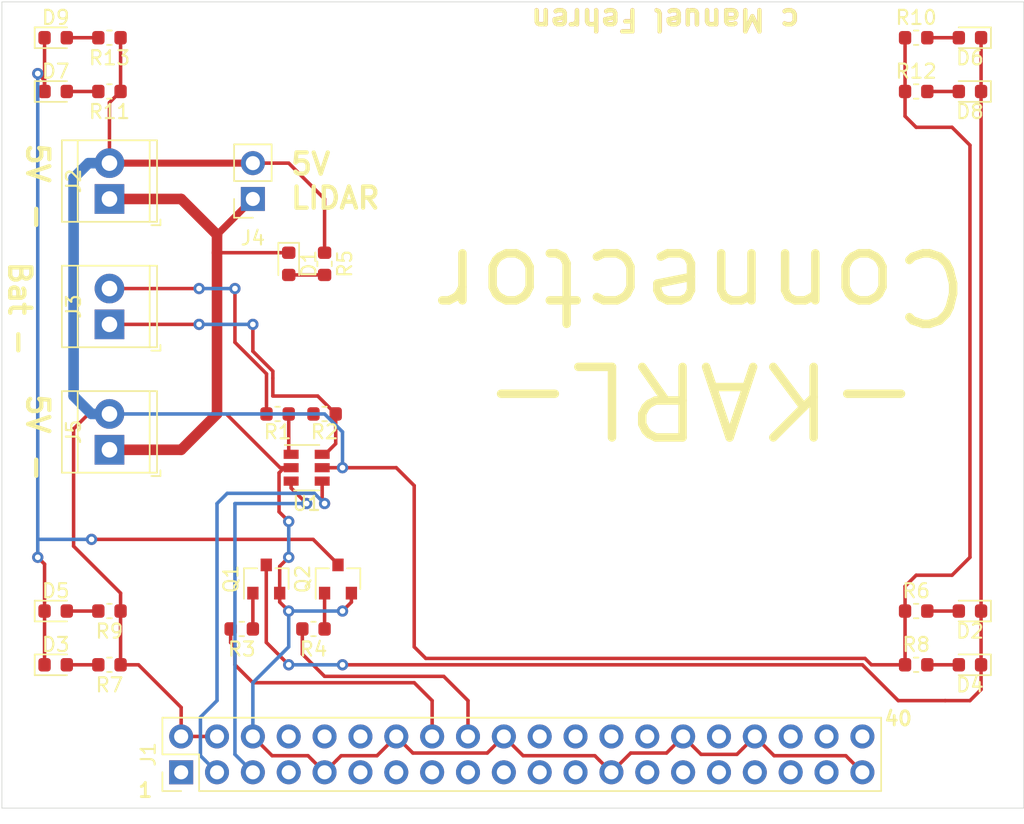
<source format=kicad_pcb>
(kicad_pcb (version 20171130) (host pcbnew "(5.1.2)-2")

  (general
    (thickness 1.6)
    (drawings 17)
    (tracks 197)
    (zones 0)
    (modules 30)
    (nets 48)
  )

  (page A4)
  (title_block
    (title Karl)
    (date 2020-03-07)
    (company "Manuel Fehren - MF-Technologie")
  )

  (layers
    (0 F.Cu signal)
    (31 B.Cu signal)
    (32 B.Adhes user)
    (33 F.Adhes user)
    (34 B.Paste user)
    (35 F.Paste user)
    (36 B.SilkS user)
    (37 F.SilkS user)
    (38 B.Mask user)
    (39 F.Mask user)
    (40 Dwgs.User user)
    (41 Cmts.User user)
    (42 Eco1.User user)
    (43 Eco2.User user)
    (44 Edge.Cuts user)
    (45 Margin user)
    (46 B.CrtYd user)
    (47 F.CrtYd user)
    (48 B.Fab user)
    (49 F.Fab user)
  )

  (setup
    (last_trace_width 0.25)
    (user_trace_width 0.5)
    (user_trace_width 0.75)
    (user_trace_width 1)
    (trace_clearance 0.2)
    (zone_clearance 0.508)
    (zone_45_only no)
    (trace_min 0.2)
    (via_size 0.8)
    (via_drill 0.4)
    (via_min_size 0.4)
    (via_min_drill 0.3)
    (uvia_size 0.3)
    (uvia_drill 0.1)
    (uvias_allowed no)
    (uvia_min_size 0.2)
    (uvia_min_drill 0.1)
    (edge_width 0.05)
    (segment_width 0.2)
    (pcb_text_width 0.3)
    (pcb_text_size 1.5 1.5)
    (mod_edge_width 0.12)
    (mod_text_size 1 1)
    (mod_text_width 0.15)
    (pad_size 1.524 1.524)
    (pad_drill 0.762)
    (pad_to_mask_clearance 0.051)
    (solder_mask_min_width 0.25)
    (aux_axis_origin 0 0)
    (visible_elements 7FFFFFFF)
    (pcbplotparams
      (layerselection 0x010fc_ffffffff)
      (usegerberextensions false)
      (usegerberattributes false)
      (usegerberadvancedattributes false)
      (creategerberjobfile false)
      (excludeedgelayer true)
      (linewidth 0.100000)
      (plotframeref false)
      (viasonmask false)
      (mode 1)
      (useauxorigin false)
      (hpglpennumber 1)
      (hpglpenspeed 20)
      (hpglpendiameter 15.000000)
      (psnegative false)
      (psa4output false)
      (plotreference true)
      (plotvalue true)
      (plotinvisibletext false)
      (padsonsilk false)
      (subtractmaskfromsilk false)
      (outputformat 1)
      (mirror false)
      (drillshape 1)
      (scaleselection 1)
      (outputdirectory ""))
  )

  (net 0 "")
  (net 1 SCLK_1)
  (net 2 GND)
  (net 3 MOSI_1)
  (net 4 "Net-(J1-Pad37)")
  (net 5 "Net-(J1-Pad36)")
  (net 6 MISO)
  (net 7 "Net-(J1-Pad33)")
  (net 8 "Net-(J1-Pad32)")
  (net 9 "Net-(J1-Pad31)")
  (net 10 "Net-(J1-Pad29)")
  (net 11 "Net-(J1-Pad28)")
  (net 12 "Net-(J1-Pad27)")
  (net 13 "Net-(J1-Pad26)")
  (net 14 "Net-(J1-Pad24)")
  (net 15 SCLK_0)
  (net 16 "Net-(J1-Pad22)")
  (net 17 MISO_0)
  (net 18 MOSI_0)
  (net 19 +3V3)
  (net 20 "Net-(J1-Pad15)")
  (net 21 "Net-(J1-Pad13)")
  (net 22 "Net-(J1-Pad12)")
  (net 23 "Net-(J1-Pad11)")
  (net 24 "Net-(J1-Pad10)")
  (net 25 "Net-(J1-Pad8)")
  (net 26 "Net-(J1-Pad7)")
  (net 27 SCL)
  (net 28 +5V)
  (net 29 SDA)
  (net 30 +BATT)
  (net 31 GNDA)
  (net 32 "Net-(R1-Pad1)")
  (net 33 "Net-(D1-Pad2)")
  (net 34 "Net-(D2-Pad2)")
  (net 35 "Net-(D2-Pad1)")
  (net 36 "Net-(D3-Pad2)")
  (net 37 "Net-(D3-Pad1)")
  (net 38 "Net-(D4-Pad2)")
  (net 39 "Net-(D5-Pad2)")
  (net 40 "Net-(D6-Pad2)")
  (net 41 "Net-(D7-Pad2)")
  (net 42 "Net-(D8-Pad2)")
  (net 43 "Net-(D9-Pad2)")
  (net 44 GPIO_24)
  (net 45 GPIO_23)
  (net 46 "Net-(Q1-Pad1)")
  (net 47 "Net-(Q2-Pad1)")

  (net_class Default "Dies ist die voreingestellte Netzklasse."
    (clearance 0.2)
    (trace_width 0.25)
    (via_dia 0.8)
    (via_drill 0.4)
    (uvia_dia 0.3)
    (uvia_drill 0.1)
    (add_net +3V3)
    (add_net +5V)
    (add_net +BATT)
    (add_net GND)
    (add_net GNDA)
    (add_net GPIO_23)
    (add_net GPIO_24)
    (add_net MISO)
    (add_net MISO_0)
    (add_net MOSI_0)
    (add_net MOSI_1)
    (add_net "Net-(D1-Pad2)")
    (add_net "Net-(D2-Pad1)")
    (add_net "Net-(D2-Pad2)")
    (add_net "Net-(D3-Pad1)")
    (add_net "Net-(D3-Pad2)")
    (add_net "Net-(D4-Pad2)")
    (add_net "Net-(D5-Pad2)")
    (add_net "Net-(D6-Pad2)")
    (add_net "Net-(D7-Pad2)")
    (add_net "Net-(D8-Pad2)")
    (add_net "Net-(D9-Pad2)")
    (add_net "Net-(J1-Pad10)")
    (add_net "Net-(J1-Pad11)")
    (add_net "Net-(J1-Pad12)")
    (add_net "Net-(J1-Pad13)")
    (add_net "Net-(J1-Pad15)")
    (add_net "Net-(J1-Pad22)")
    (add_net "Net-(J1-Pad24)")
    (add_net "Net-(J1-Pad26)")
    (add_net "Net-(J1-Pad27)")
    (add_net "Net-(J1-Pad28)")
    (add_net "Net-(J1-Pad29)")
    (add_net "Net-(J1-Pad31)")
    (add_net "Net-(J1-Pad32)")
    (add_net "Net-(J1-Pad33)")
    (add_net "Net-(J1-Pad36)")
    (add_net "Net-(J1-Pad37)")
    (add_net "Net-(J1-Pad7)")
    (add_net "Net-(J1-Pad8)")
    (add_net "Net-(Q1-Pad1)")
    (add_net "Net-(Q2-Pad1)")
    (add_net "Net-(R1-Pad1)")
    (add_net SCL)
    (add_net SCLK_0)
    (add_net SCLK_1)
    (add_net SDA)
  )

  (module Resistor_SMD:R_0603_1608Metric (layer F.Cu) (tedit 5B301BBD) (tstamp 5E6413FA)
    (at 34.29 22.86 180)
    (descr "Resistor SMD 0603 (1608 Metric), square (rectangular) end terminal, IPC_7351 nominal, (Body size source: http://www.tortai-tech.com/upload/download/2011102023233369053.pdf), generated with kicad-footprint-generator")
    (tags resistor)
    (path /5E74CC38)
    (attr smd)
    (fp_text reference R13 (at 0 -1.43) (layer F.SilkS)
      (effects (font (size 1 1) (thickness 0.15)))
    )
    (fp_text value 100R (at 0 1.43) (layer F.Fab)
      (effects (font (size 1 1) (thickness 0.15)))
    )
    (fp_text user %R (at 0 0) (layer F.Fab)
      (effects (font (size 0.4 0.4) (thickness 0.06)))
    )
    (fp_line (start 1.48 0.73) (end -1.48 0.73) (layer F.CrtYd) (width 0.05))
    (fp_line (start 1.48 -0.73) (end 1.48 0.73) (layer F.CrtYd) (width 0.05))
    (fp_line (start -1.48 -0.73) (end 1.48 -0.73) (layer F.CrtYd) (width 0.05))
    (fp_line (start -1.48 0.73) (end -1.48 -0.73) (layer F.CrtYd) (width 0.05))
    (fp_line (start -0.162779 0.51) (end 0.162779 0.51) (layer F.SilkS) (width 0.12))
    (fp_line (start -0.162779 -0.51) (end 0.162779 -0.51) (layer F.SilkS) (width 0.12))
    (fp_line (start 0.8 0.4) (end -0.8 0.4) (layer F.Fab) (width 0.1))
    (fp_line (start 0.8 -0.4) (end 0.8 0.4) (layer F.Fab) (width 0.1))
    (fp_line (start -0.8 -0.4) (end 0.8 -0.4) (layer F.Fab) (width 0.1))
    (fp_line (start -0.8 0.4) (end -0.8 -0.4) (layer F.Fab) (width 0.1))
    (pad 2 smd roundrect (at 0.7875 0 180) (size 0.875 0.95) (layers F.Cu F.Paste F.Mask) (roundrect_rratio 0.25)
      (net 43 "Net-(D9-Pad2)"))
    (pad 1 smd roundrect (at -0.7875 0 180) (size 0.875 0.95) (layers F.Cu F.Paste F.Mask) (roundrect_rratio 0.25)
      (net 28 +5V))
    (model ${KISYS3DMOD}/Resistor_SMD.3dshapes/R_0603_1608Metric.wrl
      (at (xyz 0 0 0))
      (scale (xyz 1 1 1))
      (rotate (xyz 0 0 0))
    )
  )

  (module Resistor_SMD:R_0603_1608Metric (layer F.Cu) (tedit 5B301BBD) (tstamp 5E6413E9)
    (at 91.44 26.67)
    (descr "Resistor SMD 0603 (1608 Metric), square (rectangular) end terminal, IPC_7351 nominal, (Body size source: http://www.tortai-tech.com/upload/download/2011102023233369053.pdf), generated with kicad-footprint-generator")
    (tags resistor)
    (path /5E76F641)
    (attr smd)
    (fp_text reference R12 (at 0 -1.43) (layer F.SilkS)
      (effects (font (size 1 1) (thickness 0.15)))
    )
    (fp_text value 100R (at 0 1.43) (layer F.Fab)
      (effects (font (size 1 1) (thickness 0.15)))
    )
    (fp_text user %R (at 0 0) (layer F.Fab)
      (effects (font (size 0.4 0.4) (thickness 0.06)))
    )
    (fp_line (start 1.48 0.73) (end -1.48 0.73) (layer F.CrtYd) (width 0.05))
    (fp_line (start 1.48 -0.73) (end 1.48 0.73) (layer F.CrtYd) (width 0.05))
    (fp_line (start -1.48 -0.73) (end 1.48 -0.73) (layer F.CrtYd) (width 0.05))
    (fp_line (start -1.48 0.73) (end -1.48 -0.73) (layer F.CrtYd) (width 0.05))
    (fp_line (start -0.162779 0.51) (end 0.162779 0.51) (layer F.SilkS) (width 0.12))
    (fp_line (start -0.162779 -0.51) (end 0.162779 -0.51) (layer F.SilkS) (width 0.12))
    (fp_line (start 0.8 0.4) (end -0.8 0.4) (layer F.Fab) (width 0.1))
    (fp_line (start 0.8 -0.4) (end 0.8 0.4) (layer F.Fab) (width 0.1))
    (fp_line (start -0.8 -0.4) (end 0.8 -0.4) (layer F.Fab) (width 0.1))
    (fp_line (start -0.8 0.4) (end -0.8 -0.4) (layer F.Fab) (width 0.1))
    (pad 2 smd roundrect (at 0.7875 0) (size 0.875 0.95) (layers F.Cu F.Paste F.Mask) (roundrect_rratio 0.25)
      (net 42 "Net-(D8-Pad2)"))
    (pad 1 smd roundrect (at -0.7875 0) (size 0.875 0.95) (layers F.Cu F.Paste F.Mask) (roundrect_rratio 0.25)
      (net 28 +5V))
    (model ${KISYS3DMOD}/Resistor_SMD.3dshapes/R_0603_1608Metric.wrl
      (at (xyz 0 0 0))
      (scale (xyz 1 1 1))
      (rotate (xyz 0 0 0))
    )
  )

  (module Resistor_SMD:R_0603_1608Metric (layer F.Cu) (tedit 5B301BBD) (tstamp 5E6413D8)
    (at 34.29 26.67 180)
    (descr "Resistor SMD 0603 (1608 Metric), square (rectangular) end terminal, IPC_7351 nominal, (Body size source: http://www.tortai-tech.com/upload/download/2011102023233369053.pdf), generated with kicad-footprint-generator")
    (tags resistor)
    (path /5E74AC4E)
    (attr smd)
    (fp_text reference R11 (at 0 -1.43) (layer F.SilkS)
      (effects (font (size 1 1) (thickness 0.15)))
    )
    (fp_text value 100R (at 0 1.43) (layer F.Fab)
      (effects (font (size 1 1) (thickness 0.15)))
    )
    (fp_text user %R (at 0 0) (layer F.Fab)
      (effects (font (size 0.4 0.4) (thickness 0.06)))
    )
    (fp_line (start 1.48 0.73) (end -1.48 0.73) (layer F.CrtYd) (width 0.05))
    (fp_line (start 1.48 -0.73) (end 1.48 0.73) (layer F.CrtYd) (width 0.05))
    (fp_line (start -1.48 -0.73) (end 1.48 -0.73) (layer F.CrtYd) (width 0.05))
    (fp_line (start -1.48 0.73) (end -1.48 -0.73) (layer F.CrtYd) (width 0.05))
    (fp_line (start -0.162779 0.51) (end 0.162779 0.51) (layer F.SilkS) (width 0.12))
    (fp_line (start -0.162779 -0.51) (end 0.162779 -0.51) (layer F.SilkS) (width 0.12))
    (fp_line (start 0.8 0.4) (end -0.8 0.4) (layer F.Fab) (width 0.1))
    (fp_line (start 0.8 -0.4) (end 0.8 0.4) (layer F.Fab) (width 0.1))
    (fp_line (start -0.8 -0.4) (end 0.8 -0.4) (layer F.Fab) (width 0.1))
    (fp_line (start -0.8 0.4) (end -0.8 -0.4) (layer F.Fab) (width 0.1))
    (pad 2 smd roundrect (at 0.7875 0 180) (size 0.875 0.95) (layers F.Cu F.Paste F.Mask) (roundrect_rratio 0.25)
      (net 41 "Net-(D7-Pad2)"))
    (pad 1 smd roundrect (at -0.7875 0 180) (size 0.875 0.95) (layers F.Cu F.Paste F.Mask) (roundrect_rratio 0.25)
      (net 28 +5V))
    (model ${KISYS3DMOD}/Resistor_SMD.3dshapes/R_0603_1608Metric.wrl
      (at (xyz 0 0 0))
      (scale (xyz 1 1 1))
      (rotate (xyz 0 0 0))
    )
  )

  (module Resistor_SMD:R_0603_1608Metric (layer F.Cu) (tedit 5B301BBD) (tstamp 5E6413C7)
    (at 91.44 22.86)
    (descr "Resistor SMD 0603 (1608 Metric), square (rectangular) end terminal, IPC_7351 nominal, (Body size source: http://www.tortai-tech.com/upload/download/2011102023233369053.pdf), generated with kicad-footprint-generator")
    (tags resistor)
    (path /5E76F630)
    (attr smd)
    (fp_text reference R10 (at 0 -1.43) (layer F.SilkS)
      (effects (font (size 1 1) (thickness 0.15)))
    )
    (fp_text value 100R (at 0 1.43) (layer F.Fab)
      (effects (font (size 1 1) (thickness 0.15)))
    )
    (fp_text user %R (at 0 0) (layer F.Fab)
      (effects (font (size 0.4 0.4) (thickness 0.06)))
    )
    (fp_line (start 1.48 0.73) (end -1.48 0.73) (layer F.CrtYd) (width 0.05))
    (fp_line (start 1.48 -0.73) (end 1.48 0.73) (layer F.CrtYd) (width 0.05))
    (fp_line (start -1.48 -0.73) (end 1.48 -0.73) (layer F.CrtYd) (width 0.05))
    (fp_line (start -1.48 0.73) (end -1.48 -0.73) (layer F.CrtYd) (width 0.05))
    (fp_line (start -0.162779 0.51) (end 0.162779 0.51) (layer F.SilkS) (width 0.12))
    (fp_line (start -0.162779 -0.51) (end 0.162779 -0.51) (layer F.SilkS) (width 0.12))
    (fp_line (start 0.8 0.4) (end -0.8 0.4) (layer F.Fab) (width 0.1))
    (fp_line (start 0.8 -0.4) (end 0.8 0.4) (layer F.Fab) (width 0.1))
    (fp_line (start -0.8 -0.4) (end 0.8 -0.4) (layer F.Fab) (width 0.1))
    (fp_line (start -0.8 0.4) (end -0.8 -0.4) (layer F.Fab) (width 0.1))
    (pad 2 smd roundrect (at 0.7875 0) (size 0.875 0.95) (layers F.Cu F.Paste F.Mask) (roundrect_rratio 0.25)
      (net 40 "Net-(D6-Pad2)"))
    (pad 1 smd roundrect (at -0.7875 0) (size 0.875 0.95) (layers F.Cu F.Paste F.Mask) (roundrect_rratio 0.25)
      (net 28 +5V))
    (model ${KISYS3DMOD}/Resistor_SMD.3dshapes/R_0603_1608Metric.wrl
      (at (xyz 0 0 0))
      (scale (xyz 1 1 1))
      (rotate (xyz 0 0 0))
    )
  )

  (module Resistor_SMD:R_0603_1608Metric (layer F.Cu) (tedit 5B301BBD) (tstamp 5E6413B6)
    (at 34.29 63.5 180)
    (descr "Resistor SMD 0603 (1608 Metric), square (rectangular) end terminal, IPC_7351 nominal, (Body size source: http://www.tortai-tech.com/upload/download/2011102023233369053.pdf), generated with kicad-footprint-generator")
    (tags resistor)
    (path /5E72C756)
    (attr smd)
    (fp_text reference R9 (at 0 -1.43) (layer F.SilkS)
      (effects (font (size 1 1) (thickness 0.15)))
    )
    (fp_text value 100R (at 0 1.43) (layer F.Fab)
      (effects (font (size 1 1) (thickness 0.15)))
    )
    (fp_text user %R (at 0 0) (layer F.Fab)
      (effects (font (size 0.4 0.4) (thickness 0.06)))
    )
    (fp_line (start 1.48 0.73) (end -1.48 0.73) (layer F.CrtYd) (width 0.05))
    (fp_line (start 1.48 -0.73) (end 1.48 0.73) (layer F.CrtYd) (width 0.05))
    (fp_line (start -1.48 -0.73) (end 1.48 -0.73) (layer F.CrtYd) (width 0.05))
    (fp_line (start -1.48 0.73) (end -1.48 -0.73) (layer F.CrtYd) (width 0.05))
    (fp_line (start -0.162779 0.51) (end 0.162779 0.51) (layer F.SilkS) (width 0.12))
    (fp_line (start -0.162779 -0.51) (end 0.162779 -0.51) (layer F.SilkS) (width 0.12))
    (fp_line (start 0.8 0.4) (end -0.8 0.4) (layer F.Fab) (width 0.1))
    (fp_line (start 0.8 -0.4) (end 0.8 0.4) (layer F.Fab) (width 0.1))
    (fp_line (start -0.8 -0.4) (end 0.8 -0.4) (layer F.Fab) (width 0.1))
    (fp_line (start -0.8 0.4) (end -0.8 -0.4) (layer F.Fab) (width 0.1))
    (pad 2 smd roundrect (at 0.7875 0 180) (size 0.875 0.95) (layers F.Cu F.Paste F.Mask) (roundrect_rratio 0.25)
      (net 39 "Net-(D5-Pad2)"))
    (pad 1 smd roundrect (at -0.7875 0 180) (size 0.875 0.95) (layers F.Cu F.Paste F.Mask) (roundrect_rratio 0.25)
      (net 28 +5V))
    (model ${KISYS3DMOD}/Resistor_SMD.3dshapes/R_0603_1608Metric.wrl
      (at (xyz 0 0 0))
      (scale (xyz 1 1 1))
      (rotate (xyz 0 0 0))
    )
  )

  (module Resistor_SMD:R_0603_1608Metric (layer F.Cu) (tedit 5B301BBD) (tstamp 5E6413A5)
    (at 91.44 67.31)
    (descr "Resistor SMD 0603 (1608 Metric), square (rectangular) end terminal, IPC_7351 nominal, (Body size source: http://www.tortai-tech.com/upload/download/2011102023233369053.pdf), generated with kicad-footprint-generator")
    (tags resistor)
    (path /5E76F608)
    (attr smd)
    (fp_text reference R8 (at 0 -1.43) (layer F.SilkS)
      (effects (font (size 1 1) (thickness 0.15)))
    )
    (fp_text value 100R (at 0 1.43) (layer F.Fab)
      (effects (font (size 1 1) (thickness 0.15)))
    )
    (fp_text user %R (at 0 0) (layer F.Fab)
      (effects (font (size 0.4 0.4) (thickness 0.06)))
    )
    (fp_line (start 1.48 0.73) (end -1.48 0.73) (layer F.CrtYd) (width 0.05))
    (fp_line (start 1.48 -0.73) (end 1.48 0.73) (layer F.CrtYd) (width 0.05))
    (fp_line (start -1.48 -0.73) (end 1.48 -0.73) (layer F.CrtYd) (width 0.05))
    (fp_line (start -1.48 0.73) (end -1.48 -0.73) (layer F.CrtYd) (width 0.05))
    (fp_line (start -0.162779 0.51) (end 0.162779 0.51) (layer F.SilkS) (width 0.12))
    (fp_line (start -0.162779 -0.51) (end 0.162779 -0.51) (layer F.SilkS) (width 0.12))
    (fp_line (start 0.8 0.4) (end -0.8 0.4) (layer F.Fab) (width 0.1))
    (fp_line (start 0.8 -0.4) (end 0.8 0.4) (layer F.Fab) (width 0.1))
    (fp_line (start -0.8 -0.4) (end 0.8 -0.4) (layer F.Fab) (width 0.1))
    (fp_line (start -0.8 0.4) (end -0.8 -0.4) (layer F.Fab) (width 0.1))
    (pad 2 smd roundrect (at 0.7875 0) (size 0.875 0.95) (layers F.Cu F.Paste F.Mask) (roundrect_rratio 0.25)
      (net 38 "Net-(D4-Pad2)"))
    (pad 1 smd roundrect (at -0.7875 0) (size 0.875 0.95) (layers F.Cu F.Paste F.Mask) (roundrect_rratio 0.25)
      (net 28 +5V))
    (model ${KISYS3DMOD}/Resistor_SMD.3dshapes/R_0603_1608Metric.wrl
      (at (xyz 0 0 0))
      (scale (xyz 1 1 1))
      (rotate (xyz 0 0 0))
    )
  )

  (module Resistor_SMD:R_0603_1608Metric (layer F.Cu) (tedit 5B301BBD) (tstamp 5E641394)
    (at 34.29 67.31 180)
    (descr "Resistor SMD 0603 (1608 Metric), square (rectangular) end terminal, IPC_7351 nominal, (Body size source: http://www.tortai-tech.com/upload/download/2011102023233369053.pdf), generated with kicad-footprint-generator")
    (tags resistor)
    (path /5E7487E3)
    (attr smd)
    (fp_text reference R7 (at 0 -1.43) (layer F.SilkS)
      (effects (font (size 1 1) (thickness 0.15)))
    )
    (fp_text value 100R (at 0 1.43) (layer F.Fab)
      (effects (font (size 1 1) (thickness 0.15)))
    )
    (fp_text user %R (at 0 -0.01) (layer F.Fab)
      (effects (font (size 0.4 0.4) (thickness 0.06)))
    )
    (fp_line (start 1.48 0.73) (end -1.48 0.73) (layer F.CrtYd) (width 0.05))
    (fp_line (start 1.48 -0.73) (end 1.48 0.73) (layer F.CrtYd) (width 0.05))
    (fp_line (start -1.48 -0.73) (end 1.48 -0.73) (layer F.CrtYd) (width 0.05))
    (fp_line (start -1.48 0.73) (end -1.48 -0.73) (layer F.CrtYd) (width 0.05))
    (fp_line (start -0.162779 0.51) (end 0.162779 0.51) (layer F.SilkS) (width 0.12))
    (fp_line (start -0.162779 -0.51) (end 0.162779 -0.51) (layer F.SilkS) (width 0.12))
    (fp_line (start 0.8 0.4) (end -0.8 0.4) (layer F.Fab) (width 0.1))
    (fp_line (start 0.8 -0.4) (end 0.8 0.4) (layer F.Fab) (width 0.1))
    (fp_line (start -0.8 -0.4) (end 0.8 -0.4) (layer F.Fab) (width 0.1))
    (fp_line (start -0.8 0.4) (end -0.8 -0.4) (layer F.Fab) (width 0.1))
    (pad 2 smd roundrect (at 0.7875 0 180) (size 0.875 0.95) (layers F.Cu F.Paste F.Mask) (roundrect_rratio 0.25)
      (net 36 "Net-(D3-Pad2)"))
    (pad 1 smd roundrect (at -0.7875 0 180) (size 0.875 0.95) (layers F.Cu F.Paste F.Mask) (roundrect_rratio 0.25)
      (net 28 +5V))
    (model ${KISYS3DMOD}/Resistor_SMD.3dshapes/R_0603_1608Metric.wrl
      (at (xyz 0 0 0))
      (scale (xyz 1 1 1))
      (rotate (xyz 0 0 0))
    )
  )

  (module Resistor_SMD:R_0603_1608Metric (layer F.Cu) (tedit 5B301BBD) (tstamp 5E641383)
    (at 91.44 63.5)
    (descr "Resistor SMD 0603 (1608 Metric), square (rectangular) end terminal, IPC_7351 nominal, (Body size source: http://www.tortai-tech.com/upload/download/2011102023233369053.pdf), generated with kicad-footprint-generator")
    (tags resistor)
    (path /5E76F61F)
    (attr smd)
    (fp_text reference R6 (at 0 -1.43) (layer F.SilkS)
      (effects (font (size 1 1) (thickness 0.15)))
    )
    (fp_text value 100R (at 0 1.43) (layer F.Fab)
      (effects (font (size 1 1) (thickness 0.15)))
    )
    (fp_text user %R (at 0 0) (layer F.Fab)
      (effects (font (size 0.4 0.4) (thickness 0.06)))
    )
    (fp_line (start 1.48 0.73) (end -1.48 0.73) (layer F.CrtYd) (width 0.05))
    (fp_line (start 1.48 -0.73) (end 1.48 0.73) (layer F.CrtYd) (width 0.05))
    (fp_line (start -1.48 -0.73) (end 1.48 -0.73) (layer F.CrtYd) (width 0.05))
    (fp_line (start -1.48 0.73) (end -1.48 -0.73) (layer F.CrtYd) (width 0.05))
    (fp_line (start -0.162779 0.51) (end 0.162779 0.51) (layer F.SilkS) (width 0.12))
    (fp_line (start -0.162779 -0.51) (end 0.162779 -0.51) (layer F.SilkS) (width 0.12))
    (fp_line (start 0.8 0.4) (end -0.8 0.4) (layer F.Fab) (width 0.1))
    (fp_line (start 0.8 -0.4) (end 0.8 0.4) (layer F.Fab) (width 0.1))
    (fp_line (start -0.8 -0.4) (end 0.8 -0.4) (layer F.Fab) (width 0.1))
    (fp_line (start -0.8 0.4) (end -0.8 -0.4) (layer F.Fab) (width 0.1))
    (pad 2 smd roundrect (at 0.7875 0) (size 0.875 0.95) (layers F.Cu F.Paste F.Mask) (roundrect_rratio 0.25)
      (net 34 "Net-(D2-Pad2)"))
    (pad 1 smd roundrect (at -0.7875 0) (size 0.875 0.95) (layers F.Cu F.Paste F.Mask) (roundrect_rratio 0.25)
      (net 28 +5V))
    (model ${KISYS3DMOD}/Resistor_SMD.3dshapes/R_0603_1608Metric.wrl
      (at (xyz 0 0 0))
      (scale (xyz 1 1 1))
      (rotate (xyz 0 0 0))
    )
  )

  (module Resistor_SMD:R_0603_1608Metric (layer F.Cu) (tedit 5B301BBD) (tstamp 5E641372)
    (at 49.53 38.8875 270)
    (descr "Resistor SMD 0603 (1608 Metric), square (rectangular) end terminal, IPC_7351 nominal, (Body size source: http://www.tortai-tech.com/upload/download/2011102023233369053.pdf), generated with kicad-footprint-generator")
    (tags resistor)
    (path /5E6EBA08)
    (attr smd)
    (fp_text reference R5 (at 0 -1.43 90) (layer F.SilkS)
      (effects (font (size 1 1) (thickness 0.15)))
    )
    (fp_text value 120R (at 0 1.43 90) (layer F.Fab)
      (effects (font (size 1 1) (thickness 0.15)))
    )
    (fp_text user %R (at 0 0 90) (layer F.Fab)
      (effects (font (size 0.4 0.4) (thickness 0.06)))
    )
    (fp_line (start 1.48 0.73) (end -1.48 0.73) (layer F.CrtYd) (width 0.05))
    (fp_line (start 1.48 -0.73) (end 1.48 0.73) (layer F.CrtYd) (width 0.05))
    (fp_line (start -1.48 -0.73) (end 1.48 -0.73) (layer F.CrtYd) (width 0.05))
    (fp_line (start -1.48 0.73) (end -1.48 -0.73) (layer F.CrtYd) (width 0.05))
    (fp_line (start -0.162779 0.51) (end 0.162779 0.51) (layer F.SilkS) (width 0.12))
    (fp_line (start -0.162779 -0.51) (end 0.162779 -0.51) (layer F.SilkS) (width 0.12))
    (fp_line (start 0.8 0.4) (end -0.8 0.4) (layer F.Fab) (width 0.1))
    (fp_line (start 0.8 -0.4) (end 0.8 0.4) (layer F.Fab) (width 0.1))
    (fp_line (start -0.8 -0.4) (end 0.8 -0.4) (layer F.Fab) (width 0.1))
    (fp_line (start -0.8 0.4) (end -0.8 -0.4) (layer F.Fab) (width 0.1))
    (pad 2 smd roundrect (at 0.7875 0 270) (size 0.875 0.95) (layers F.Cu F.Paste F.Mask) (roundrect_rratio 0.25)
      (net 33 "Net-(D1-Pad2)"))
    (pad 1 smd roundrect (at -0.7875 0 270) (size 0.875 0.95) (layers F.Cu F.Paste F.Mask) (roundrect_rratio 0.25)
      (net 28 +5V))
    (model ${KISYS3DMOD}/Resistor_SMD.3dshapes/R_0603_1608Metric.wrl
      (at (xyz 0 0 0))
      (scale (xyz 1 1 1))
      (rotate (xyz 0 0 0))
    )
  )

  (module Resistor_SMD:R_0603_1608Metric (layer F.Cu) (tedit 5B301BBD) (tstamp 5E641361)
    (at 48.7425 64.77 180)
    (descr "Resistor SMD 0603 (1608 Metric), square (rectangular) end terminal, IPC_7351 nominal, (Body size source: http://www.tortai-tech.com/upload/download/2011102023233369053.pdf), generated with kicad-footprint-generator")
    (tags resistor)
    (path /5E713FA5)
    (attr smd)
    (fp_text reference R4 (at 0 -1.43) (layer F.SilkS)
      (effects (font (size 1 1) (thickness 0.15)))
    )
    (fp_text value 5k6 (at 0 1.43) (layer F.Fab)
      (effects (font (size 1 1) (thickness 0.15)))
    )
    (fp_text user %R (at 0 0) (layer F.Fab)
      (effects (font (size 0.4 0.4) (thickness 0.06)))
    )
    (fp_line (start 1.48 0.73) (end -1.48 0.73) (layer F.CrtYd) (width 0.05))
    (fp_line (start 1.48 -0.73) (end 1.48 0.73) (layer F.CrtYd) (width 0.05))
    (fp_line (start -1.48 -0.73) (end 1.48 -0.73) (layer F.CrtYd) (width 0.05))
    (fp_line (start -1.48 0.73) (end -1.48 -0.73) (layer F.CrtYd) (width 0.05))
    (fp_line (start -0.162779 0.51) (end 0.162779 0.51) (layer F.SilkS) (width 0.12))
    (fp_line (start -0.162779 -0.51) (end 0.162779 -0.51) (layer F.SilkS) (width 0.12))
    (fp_line (start 0.8 0.4) (end -0.8 0.4) (layer F.Fab) (width 0.1))
    (fp_line (start 0.8 -0.4) (end 0.8 0.4) (layer F.Fab) (width 0.1))
    (fp_line (start -0.8 -0.4) (end 0.8 -0.4) (layer F.Fab) (width 0.1))
    (fp_line (start -0.8 0.4) (end -0.8 -0.4) (layer F.Fab) (width 0.1))
    (pad 2 smd roundrect (at 0.7875 0 180) (size 0.875 0.95) (layers F.Cu F.Paste F.Mask) (roundrect_rratio 0.25)
      (net 44 GPIO_24))
    (pad 1 smd roundrect (at -0.7875 0 180) (size 0.875 0.95) (layers F.Cu F.Paste F.Mask) (roundrect_rratio 0.25)
      (net 47 "Net-(Q2-Pad1)"))
    (model ${KISYS3DMOD}/Resistor_SMD.3dshapes/R_0603_1608Metric.wrl
      (at (xyz 0 0 0))
      (scale (xyz 1 1 1))
      (rotate (xyz 0 0 0))
    )
  )

  (module Resistor_SMD:R_0603_1608Metric (layer F.Cu) (tedit 5B301BBD) (tstamp 5E641350)
    (at 43.6625 64.77 180)
    (descr "Resistor SMD 0603 (1608 Metric), square (rectangular) end terminal, IPC_7351 nominal, (Body size source: http://www.tortai-tech.com/upload/download/2011102023233369053.pdf), generated with kicad-footprint-generator")
    (tags resistor)
    (path /5E76F5F8)
    (attr smd)
    (fp_text reference R3 (at 0 -1.43) (layer F.SilkS)
      (effects (font (size 1 1) (thickness 0.15)))
    )
    (fp_text value 5k6 (at 0 1.43) (layer F.Fab)
      (effects (font (size 1 1) (thickness 0.15)))
    )
    (fp_text user %R (at 0 0) (layer F.Fab)
      (effects (font (size 0.4 0.4) (thickness 0.06)))
    )
    (fp_line (start 1.48 0.73) (end -1.48 0.73) (layer F.CrtYd) (width 0.05))
    (fp_line (start 1.48 -0.73) (end 1.48 0.73) (layer F.CrtYd) (width 0.05))
    (fp_line (start -1.48 -0.73) (end 1.48 -0.73) (layer F.CrtYd) (width 0.05))
    (fp_line (start -1.48 0.73) (end -1.48 -0.73) (layer F.CrtYd) (width 0.05))
    (fp_line (start -0.162779 0.51) (end 0.162779 0.51) (layer F.SilkS) (width 0.12))
    (fp_line (start -0.162779 -0.51) (end 0.162779 -0.51) (layer F.SilkS) (width 0.12))
    (fp_line (start 0.8 0.4) (end -0.8 0.4) (layer F.Fab) (width 0.1))
    (fp_line (start 0.8 -0.4) (end 0.8 0.4) (layer F.Fab) (width 0.1))
    (fp_line (start -0.8 -0.4) (end 0.8 -0.4) (layer F.Fab) (width 0.1))
    (fp_line (start -0.8 0.4) (end -0.8 -0.4) (layer F.Fab) (width 0.1))
    (pad 2 smd roundrect (at 0.7875 0 180) (size 0.875 0.95) (layers F.Cu F.Paste F.Mask) (roundrect_rratio 0.25)
      (net 45 GPIO_23))
    (pad 1 smd roundrect (at -0.7875 0 180) (size 0.875 0.95) (layers F.Cu F.Paste F.Mask) (roundrect_rratio 0.25)
      (net 46 "Net-(Q1-Pad1)"))
    (model ${KISYS3DMOD}/Resistor_SMD.3dshapes/R_0603_1608Metric.wrl
      (at (xyz 0 0 0))
      (scale (xyz 1 1 1))
      (rotate (xyz 0 0 0))
    )
  )

  (module Package_TO_SOT_SMD:SOT-23 (layer F.Cu) (tedit 5A02FF57) (tstamp 5E6412FF)
    (at 50.48 61.23 90)
    (descr "SOT-23, Standard")
    (tags SOT-23)
    (path /5E709F0F)
    (attr smd)
    (fp_text reference Q2 (at 0 -2.5 90) (layer F.SilkS)
      (effects (font (size 1 1) (thickness 0.15)))
    )
    (fp_text value MMBT3904 (at 0 2.5 90) (layer F.Fab)
      (effects (font (size 1 1) (thickness 0.15)))
    )
    (fp_line (start 0.76 1.58) (end -0.7 1.58) (layer F.SilkS) (width 0.12))
    (fp_line (start 0.76 -1.58) (end -1.4 -1.58) (layer F.SilkS) (width 0.12))
    (fp_line (start -1.7 1.75) (end -1.7 -1.75) (layer F.CrtYd) (width 0.05))
    (fp_line (start 1.7 1.75) (end -1.7 1.75) (layer F.CrtYd) (width 0.05))
    (fp_line (start 1.7 -1.75) (end 1.7 1.75) (layer F.CrtYd) (width 0.05))
    (fp_line (start -1.7 -1.75) (end 1.7 -1.75) (layer F.CrtYd) (width 0.05))
    (fp_line (start 0.76 -1.58) (end 0.76 -0.65) (layer F.SilkS) (width 0.12))
    (fp_line (start 0.76 1.58) (end 0.76 0.65) (layer F.SilkS) (width 0.12))
    (fp_line (start -0.7 1.52) (end 0.7 1.52) (layer F.Fab) (width 0.1))
    (fp_line (start 0.7 -1.52) (end 0.7 1.52) (layer F.Fab) (width 0.1))
    (fp_line (start -0.7 -0.95) (end -0.15 -1.52) (layer F.Fab) (width 0.1))
    (fp_line (start -0.15 -1.52) (end 0.7 -1.52) (layer F.Fab) (width 0.1))
    (fp_line (start -0.7 -0.95) (end -0.7 1.5) (layer F.Fab) (width 0.1))
    (fp_text user %R (at 0 0) (layer F.Fab)
      (effects (font (size 0.5 0.5) (thickness 0.075)))
    )
    (pad 3 smd rect (at 1 0 90) (size 0.9 0.8) (layers F.Cu F.Paste F.Mask)
      (net 37 "Net-(D3-Pad1)"))
    (pad 2 smd rect (at -1 0.95 90) (size 0.9 0.8) (layers F.Cu F.Paste F.Mask)
      (net 2 GND))
    (pad 1 smd rect (at -1 -0.95 90) (size 0.9 0.8) (layers F.Cu F.Paste F.Mask)
      (net 47 "Net-(Q2-Pad1)"))
    (model ${KISYS3DMOD}/Package_TO_SOT_SMD.3dshapes/SOT-23.wrl
      (at (xyz 0 0 0))
      (scale (xyz 1 1 1))
      (rotate (xyz 0 0 0))
    )
  )

  (module Package_TO_SOT_SMD:SOT-23 (layer F.Cu) (tedit 5A02FF57) (tstamp 5E6412EA)
    (at 45.4 61.23 90)
    (descr "SOT-23, Standard")
    (tags SOT-23)
    (path /5E76F5F0)
    (attr smd)
    (fp_text reference Q1 (at 0 -2.5 90) (layer F.SilkS)
      (effects (font (size 1 1) (thickness 0.15)))
    )
    (fp_text value MMBT3904 (at 0 2.5 90) (layer F.Fab)
      (effects (font (size 1 1) (thickness 0.15)))
    )
    (fp_line (start 0.76 1.58) (end -0.7 1.58) (layer F.SilkS) (width 0.12))
    (fp_line (start 0.76 -1.58) (end -1.4 -1.58) (layer F.SilkS) (width 0.12))
    (fp_line (start -1.7 1.75) (end -1.7 -1.75) (layer F.CrtYd) (width 0.05))
    (fp_line (start 1.7 1.75) (end -1.7 1.75) (layer F.CrtYd) (width 0.05))
    (fp_line (start 1.7 -1.75) (end 1.7 1.75) (layer F.CrtYd) (width 0.05))
    (fp_line (start -1.7 -1.75) (end 1.7 -1.75) (layer F.CrtYd) (width 0.05))
    (fp_line (start 0.76 -1.58) (end 0.76 -0.65) (layer F.SilkS) (width 0.12))
    (fp_line (start 0.76 1.58) (end 0.76 0.65) (layer F.SilkS) (width 0.12))
    (fp_line (start -0.7 1.52) (end 0.7 1.52) (layer F.Fab) (width 0.1))
    (fp_line (start 0.7 -1.52) (end 0.7 1.52) (layer F.Fab) (width 0.1))
    (fp_line (start -0.7 -0.95) (end -0.15 -1.52) (layer F.Fab) (width 0.1))
    (fp_line (start -0.15 -1.52) (end 0.7 -1.52) (layer F.Fab) (width 0.1))
    (fp_line (start -0.7 -0.95) (end -0.7 1.5) (layer F.Fab) (width 0.1))
    (fp_text user %R (at 0 0) (layer F.Fab)
      (effects (font (size 0.5 0.5) (thickness 0.075)))
    )
    (pad 3 smd rect (at 1 0 90) (size 0.9 0.8) (layers F.Cu F.Paste F.Mask)
      (net 35 "Net-(D2-Pad1)"))
    (pad 2 smd rect (at -1 0.95 90) (size 0.9 0.8) (layers F.Cu F.Paste F.Mask)
      (net 2 GND))
    (pad 1 smd rect (at -1 -0.95 90) (size 0.9 0.8) (layers F.Cu F.Paste F.Mask)
      (net 46 "Net-(Q1-Pad1)"))
    (model ${KISYS3DMOD}/Package_TO_SOT_SMD.3dshapes/SOT-23.wrl
      (at (xyz 0 0 0))
      (scale (xyz 1 1 1))
      (rotate (xyz 0 0 0))
    )
  )

  (module LED_SMD:LED_0603_1608Metric (layer F.Cu) (tedit 5B301BBE) (tstamp 5E641177)
    (at 30.48 22.86)
    (descr "LED SMD 0603 (1608 Metric), square (rectangular) end terminal, IPC_7351 nominal, (Body size source: http://www.tortai-tech.com/upload/download/2011102023233369053.pdf), generated with kicad-footprint-generator")
    (tags diode)
    (path /5E74CC31)
    (attr smd)
    (fp_text reference D9 (at 0 -1.43) (layer F.SilkS)
      (effects (font (size 1 1) (thickness 0.15)))
    )
    (fp_text value Orange (at 0 1.43) (layer F.Fab)
      (effects (font (size 1 1) (thickness 0.15)))
    )
    (fp_text user %R (at 0 0) (layer F.Fab)
      (effects (font (size 0.4 0.4) (thickness 0.06)))
    )
    (fp_line (start 1.48 0.73) (end -1.48 0.73) (layer F.CrtYd) (width 0.05))
    (fp_line (start 1.48 -0.73) (end 1.48 0.73) (layer F.CrtYd) (width 0.05))
    (fp_line (start -1.48 -0.73) (end 1.48 -0.73) (layer F.CrtYd) (width 0.05))
    (fp_line (start -1.48 0.73) (end -1.48 -0.73) (layer F.CrtYd) (width 0.05))
    (fp_line (start -1.485 0.735) (end 0.8 0.735) (layer F.SilkS) (width 0.12))
    (fp_line (start -1.485 -0.735) (end -1.485 0.735) (layer F.SilkS) (width 0.12))
    (fp_line (start 0.8 -0.735) (end -1.485 -0.735) (layer F.SilkS) (width 0.12))
    (fp_line (start 0.8 0.4) (end 0.8 -0.4) (layer F.Fab) (width 0.1))
    (fp_line (start -0.8 0.4) (end 0.8 0.4) (layer F.Fab) (width 0.1))
    (fp_line (start -0.8 -0.1) (end -0.8 0.4) (layer F.Fab) (width 0.1))
    (fp_line (start -0.5 -0.4) (end -0.8 -0.1) (layer F.Fab) (width 0.1))
    (fp_line (start 0.8 -0.4) (end -0.5 -0.4) (layer F.Fab) (width 0.1))
    (pad 2 smd roundrect (at 0.7875 0) (size 0.875 0.95) (layers F.Cu F.Paste F.Mask) (roundrect_rratio 0.25)
      (net 43 "Net-(D9-Pad2)"))
    (pad 1 smd roundrect (at -0.7875 0) (size 0.875 0.95) (layers F.Cu F.Paste F.Mask) (roundrect_rratio 0.25)
      (net 37 "Net-(D3-Pad1)"))
    (model ${KISYS3DMOD}/LED_SMD.3dshapes/LED_0603_1608Metric.wrl
      (at (xyz 0 0 0))
      (scale (xyz 1 1 1))
      (rotate (xyz 0 0 0))
    )
  )

  (module LED_SMD:LED_0603_1608Metric (layer F.Cu) (tedit 5B301BBE) (tstamp 5E641164)
    (at 95.25 26.67 180)
    (descr "LED SMD 0603 (1608 Metric), square (rectangular) end terminal, IPC_7351 nominal, (Body size source: http://www.tortai-tech.com/upload/download/2011102023233369053.pdf), generated with kicad-footprint-generator")
    (tags diode)
    (path /5E76F63A)
    (attr smd)
    (fp_text reference D8 (at 0 -1.43) (layer F.SilkS)
      (effects (font (size 1 1) (thickness 0.15)))
    )
    (fp_text value Orange (at 0 1.43) (layer F.Fab)
      (effects (font (size 1 1) (thickness 0.15)))
    )
    (fp_text user %R (at 0 0) (layer F.Fab)
      (effects (font (size 0.4 0.4) (thickness 0.06)))
    )
    (fp_line (start 1.48 0.73) (end -1.48 0.73) (layer F.CrtYd) (width 0.05))
    (fp_line (start 1.48 -0.73) (end 1.48 0.73) (layer F.CrtYd) (width 0.05))
    (fp_line (start -1.48 -0.73) (end 1.48 -0.73) (layer F.CrtYd) (width 0.05))
    (fp_line (start -1.48 0.73) (end -1.48 -0.73) (layer F.CrtYd) (width 0.05))
    (fp_line (start -1.485 0.735) (end 0.8 0.735) (layer F.SilkS) (width 0.12))
    (fp_line (start -1.485 -0.735) (end -1.485 0.735) (layer F.SilkS) (width 0.12))
    (fp_line (start 0.8 -0.735) (end -1.485 -0.735) (layer F.SilkS) (width 0.12))
    (fp_line (start 0.8 0.4) (end 0.8 -0.4) (layer F.Fab) (width 0.1))
    (fp_line (start -0.8 0.4) (end 0.8 0.4) (layer F.Fab) (width 0.1))
    (fp_line (start -0.8 -0.1) (end -0.8 0.4) (layer F.Fab) (width 0.1))
    (fp_line (start -0.5 -0.4) (end -0.8 -0.1) (layer F.Fab) (width 0.1))
    (fp_line (start 0.8 -0.4) (end -0.5 -0.4) (layer F.Fab) (width 0.1))
    (pad 2 smd roundrect (at 0.7875 0 180) (size 0.875 0.95) (layers F.Cu F.Paste F.Mask) (roundrect_rratio 0.25)
      (net 42 "Net-(D8-Pad2)"))
    (pad 1 smd roundrect (at -0.7875 0 180) (size 0.875 0.95) (layers F.Cu F.Paste F.Mask) (roundrect_rratio 0.25)
      (net 35 "Net-(D2-Pad1)"))
    (model ${KISYS3DMOD}/LED_SMD.3dshapes/LED_0603_1608Metric.wrl
      (at (xyz 0 0 0))
      (scale (xyz 1 1 1))
      (rotate (xyz 0 0 0))
    )
  )

  (module LED_SMD:LED_0603_1608Metric (layer F.Cu) (tedit 5B301BBE) (tstamp 5E641151)
    (at 30.48 26.67)
    (descr "LED SMD 0603 (1608 Metric), square (rectangular) end terminal, IPC_7351 nominal, (Body size source: http://www.tortai-tech.com/upload/download/2011102023233369053.pdf), generated with kicad-footprint-generator")
    (tags diode)
    (path /5E74AC47)
    (attr smd)
    (fp_text reference D7 (at 0 -1.43) (layer F.SilkS)
      (effects (font (size 1 1) (thickness 0.15)))
    )
    (fp_text value Orange (at 0 1.43) (layer F.Fab)
      (effects (font (size 1 1) (thickness 0.15)))
    )
    (fp_text user %R (at 0 0) (layer F.Fab)
      (effects (font (size 0.4 0.4) (thickness 0.06)))
    )
    (fp_line (start 1.48 0.73) (end -1.48 0.73) (layer F.CrtYd) (width 0.05))
    (fp_line (start 1.48 -0.73) (end 1.48 0.73) (layer F.CrtYd) (width 0.05))
    (fp_line (start -1.48 -0.73) (end 1.48 -0.73) (layer F.CrtYd) (width 0.05))
    (fp_line (start -1.48 0.73) (end -1.48 -0.73) (layer F.CrtYd) (width 0.05))
    (fp_line (start -1.485 0.735) (end 0.8 0.735) (layer F.SilkS) (width 0.12))
    (fp_line (start -1.485 -0.735) (end -1.485 0.735) (layer F.SilkS) (width 0.12))
    (fp_line (start 0.8 -0.735) (end -1.485 -0.735) (layer F.SilkS) (width 0.12))
    (fp_line (start 0.8 0.4) (end 0.8 -0.4) (layer F.Fab) (width 0.1))
    (fp_line (start -0.8 0.4) (end 0.8 0.4) (layer F.Fab) (width 0.1))
    (fp_line (start -0.8 -0.1) (end -0.8 0.4) (layer F.Fab) (width 0.1))
    (fp_line (start -0.5 -0.4) (end -0.8 -0.1) (layer F.Fab) (width 0.1))
    (fp_line (start 0.8 -0.4) (end -0.5 -0.4) (layer F.Fab) (width 0.1))
    (pad 2 smd roundrect (at 0.7875 0) (size 0.875 0.95) (layers F.Cu F.Paste F.Mask) (roundrect_rratio 0.25)
      (net 41 "Net-(D7-Pad2)"))
    (pad 1 smd roundrect (at -0.7875 0) (size 0.875 0.95) (layers F.Cu F.Paste F.Mask) (roundrect_rratio 0.25)
      (net 37 "Net-(D3-Pad1)"))
    (model ${KISYS3DMOD}/LED_SMD.3dshapes/LED_0603_1608Metric.wrl
      (at (xyz 0 0 0))
      (scale (xyz 1 1 1))
      (rotate (xyz 0 0 0))
    )
  )

  (module LED_SMD:LED_0603_1608Metric (layer F.Cu) (tedit 5B301BBE) (tstamp 5E64113E)
    (at 95.25 22.86 180)
    (descr "LED SMD 0603 (1608 Metric), square (rectangular) end terminal, IPC_7351 nominal, (Body size source: http://www.tortai-tech.com/upload/download/2011102023233369053.pdf), generated with kicad-footprint-generator")
    (tags diode)
    (path /5E76F629)
    (attr smd)
    (fp_text reference D6 (at 0 -1.43) (layer F.SilkS)
      (effects (font (size 1 1) (thickness 0.15)))
    )
    (fp_text value Orange (at 0 1.43) (layer F.Fab)
      (effects (font (size 1 1) (thickness 0.15)))
    )
    (fp_text user %R (at 0 0) (layer F.Fab)
      (effects (font (size 0.4 0.4) (thickness 0.06)))
    )
    (fp_line (start 1.48 0.73) (end -1.48 0.73) (layer F.CrtYd) (width 0.05))
    (fp_line (start 1.48 -0.73) (end 1.48 0.73) (layer F.CrtYd) (width 0.05))
    (fp_line (start -1.48 -0.73) (end 1.48 -0.73) (layer F.CrtYd) (width 0.05))
    (fp_line (start -1.48 0.73) (end -1.48 -0.73) (layer F.CrtYd) (width 0.05))
    (fp_line (start -1.485 0.735) (end 0.8 0.735) (layer F.SilkS) (width 0.12))
    (fp_line (start -1.485 -0.735) (end -1.485 0.735) (layer F.SilkS) (width 0.12))
    (fp_line (start 0.8 -0.735) (end -1.485 -0.735) (layer F.SilkS) (width 0.12))
    (fp_line (start 0.8 0.4) (end 0.8 -0.4) (layer F.Fab) (width 0.1))
    (fp_line (start -0.8 0.4) (end 0.8 0.4) (layer F.Fab) (width 0.1))
    (fp_line (start -0.8 -0.1) (end -0.8 0.4) (layer F.Fab) (width 0.1))
    (fp_line (start -0.5 -0.4) (end -0.8 -0.1) (layer F.Fab) (width 0.1))
    (fp_line (start 0.8 -0.4) (end -0.5 -0.4) (layer F.Fab) (width 0.1))
    (pad 2 smd roundrect (at 0.7875 0 180) (size 0.875 0.95) (layers F.Cu F.Paste F.Mask) (roundrect_rratio 0.25)
      (net 40 "Net-(D6-Pad2)"))
    (pad 1 smd roundrect (at -0.7875 0 180) (size 0.875 0.95) (layers F.Cu F.Paste F.Mask) (roundrect_rratio 0.25)
      (net 35 "Net-(D2-Pad1)"))
    (model ${KISYS3DMOD}/LED_SMD.3dshapes/LED_0603_1608Metric.wrl
      (at (xyz 0 0 0))
      (scale (xyz 1 1 1))
      (rotate (xyz 0 0 0))
    )
  )

  (module LED_SMD:LED_0603_1608Metric (layer F.Cu) (tedit 5B301BBE) (tstamp 5E64112B)
    (at 30.48 63.5)
    (descr "LED SMD 0603 (1608 Metric), square (rectangular) end terminal, IPC_7351 nominal, (Body size source: http://www.tortai-tech.com/upload/download/2011102023233369053.pdf), generated with kicad-footprint-generator")
    (tags diode)
    (path /5E72B0B6)
    (attr smd)
    (fp_text reference D5 (at 0 -1.43) (layer F.SilkS)
      (effects (font (size 1 1) (thickness 0.15)))
    )
    (fp_text value Orange (at 0 1.43) (layer F.Fab)
      (effects (font (size 1 1) (thickness 0.15)))
    )
    (fp_text user %R (at 0 0) (layer F.Fab)
      (effects (font (size 0.4 0.4) (thickness 0.06)))
    )
    (fp_line (start 1.48 0.73) (end -1.48 0.73) (layer F.CrtYd) (width 0.05))
    (fp_line (start 1.48 -0.73) (end 1.48 0.73) (layer F.CrtYd) (width 0.05))
    (fp_line (start -1.48 -0.73) (end 1.48 -0.73) (layer F.CrtYd) (width 0.05))
    (fp_line (start -1.48 0.73) (end -1.48 -0.73) (layer F.CrtYd) (width 0.05))
    (fp_line (start -1.485 0.735) (end 0.8 0.735) (layer F.SilkS) (width 0.12))
    (fp_line (start -1.485 -0.735) (end -1.485 0.735) (layer F.SilkS) (width 0.12))
    (fp_line (start 0.8 -0.735) (end -1.485 -0.735) (layer F.SilkS) (width 0.12))
    (fp_line (start 0.8 0.4) (end 0.8 -0.4) (layer F.Fab) (width 0.1))
    (fp_line (start -0.8 0.4) (end 0.8 0.4) (layer F.Fab) (width 0.1))
    (fp_line (start -0.8 -0.1) (end -0.8 0.4) (layer F.Fab) (width 0.1))
    (fp_line (start -0.5 -0.4) (end -0.8 -0.1) (layer F.Fab) (width 0.1))
    (fp_line (start 0.8 -0.4) (end -0.5 -0.4) (layer F.Fab) (width 0.1))
    (pad 2 smd roundrect (at 0.7875 0) (size 0.875 0.95) (layers F.Cu F.Paste F.Mask) (roundrect_rratio 0.25)
      (net 39 "Net-(D5-Pad2)"))
    (pad 1 smd roundrect (at -0.7875 0) (size 0.875 0.95) (layers F.Cu F.Paste F.Mask) (roundrect_rratio 0.25)
      (net 37 "Net-(D3-Pad1)"))
    (model ${KISYS3DMOD}/LED_SMD.3dshapes/LED_0603_1608Metric.wrl
      (at (xyz 0 0 0))
      (scale (xyz 1 1 1))
      (rotate (xyz 0 0 0))
    )
  )

  (module LED_SMD:LED_0603_1608Metric (layer F.Cu) (tedit 5B301BBE) (tstamp 5E641118)
    (at 95.25 67.31 180)
    (descr "LED SMD 0603 (1608 Metric), square (rectangular) end terminal, IPC_7351 nominal, (Body size source: http://www.tortai-tech.com/upload/download/2011102023233369053.pdf), generated with kicad-footprint-generator")
    (tags diode)
    (path /5E76F601)
    (attr smd)
    (fp_text reference D4 (at 0 -1.43) (layer F.SilkS)
      (effects (font (size 1 1) (thickness 0.15)))
    )
    (fp_text value Orange (at 0 1.43) (layer F.Fab)
      (effects (font (size 1 1) (thickness 0.15)))
    )
    (fp_text user %R (at 0 0) (layer F.Fab)
      (effects (font (size 0.4 0.4) (thickness 0.06)))
    )
    (fp_line (start 1.48 0.73) (end -1.48 0.73) (layer F.CrtYd) (width 0.05))
    (fp_line (start 1.48 -0.73) (end 1.48 0.73) (layer F.CrtYd) (width 0.05))
    (fp_line (start -1.48 -0.73) (end 1.48 -0.73) (layer F.CrtYd) (width 0.05))
    (fp_line (start -1.48 0.73) (end -1.48 -0.73) (layer F.CrtYd) (width 0.05))
    (fp_line (start -1.485 0.735) (end 0.8 0.735) (layer F.SilkS) (width 0.12))
    (fp_line (start -1.485 -0.735) (end -1.485 0.735) (layer F.SilkS) (width 0.12))
    (fp_line (start 0.8 -0.735) (end -1.485 -0.735) (layer F.SilkS) (width 0.12))
    (fp_line (start 0.8 0.4) (end 0.8 -0.4) (layer F.Fab) (width 0.1))
    (fp_line (start -0.8 0.4) (end 0.8 0.4) (layer F.Fab) (width 0.1))
    (fp_line (start -0.8 -0.1) (end -0.8 0.4) (layer F.Fab) (width 0.1))
    (fp_line (start -0.5 -0.4) (end -0.8 -0.1) (layer F.Fab) (width 0.1))
    (fp_line (start 0.8 -0.4) (end -0.5 -0.4) (layer F.Fab) (width 0.1))
    (pad 2 smd roundrect (at 0.7875 0 180) (size 0.875 0.95) (layers F.Cu F.Paste F.Mask) (roundrect_rratio 0.25)
      (net 38 "Net-(D4-Pad2)"))
    (pad 1 smd roundrect (at -0.7875 0 180) (size 0.875 0.95) (layers F.Cu F.Paste F.Mask) (roundrect_rratio 0.25)
      (net 35 "Net-(D2-Pad1)"))
    (model ${KISYS3DMOD}/LED_SMD.3dshapes/LED_0603_1608Metric.wrl
      (at (xyz 0 0 0))
      (scale (xyz 1 1 1))
      (rotate (xyz 0 0 0))
    )
  )

  (module LED_SMD:LED_0603_1608Metric (layer F.Cu) (tedit 5B301BBE) (tstamp 5E641105)
    (at 30.48 67.31)
    (descr "LED SMD 0603 (1608 Metric), square (rectangular) end terminal, IPC_7351 nominal, (Body size source: http://www.tortai-tech.com/upload/download/2011102023233369053.pdf), generated with kicad-footprint-generator")
    (tags diode)
    (path /5E7487DC)
    (attr smd)
    (fp_text reference D3 (at 0 -1.43) (layer F.SilkS)
      (effects (font (size 1 1) (thickness 0.15)))
    )
    (fp_text value Orange (at 0 1.43) (layer F.Fab)
      (effects (font (size 1 1) (thickness 0.15)))
    )
    (fp_text user %R (at 0 0) (layer F.Fab)
      (effects (font (size 0.4 0.4) (thickness 0.06)))
    )
    (fp_line (start 1.48 0.73) (end -1.48 0.73) (layer F.CrtYd) (width 0.05))
    (fp_line (start 1.48 -0.73) (end 1.48 0.73) (layer F.CrtYd) (width 0.05))
    (fp_line (start -1.48 -0.73) (end 1.48 -0.73) (layer F.CrtYd) (width 0.05))
    (fp_line (start -1.48 0.73) (end -1.48 -0.73) (layer F.CrtYd) (width 0.05))
    (fp_line (start -1.485 0.735) (end 0.8 0.735) (layer F.SilkS) (width 0.12))
    (fp_line (start -1.485 -0.735) (end -1.485 0.735) (layer F.SilkS) (width 0.12))
    (fp_line (start 0.8 -0.735) (end -1.485 -0.735) (layer F.SilkS) (width 0.12))
    (fp_line (start 0.8 0.4) (end 0.8 -0.4) (layer F.Fab) (width 0.1))
    (fp_line (start -0.8 0.4) (end 0.8 0.4) (layer F.Fab) (width 0.1))
    (fp_line (start -0.8 -0.1) (end -0.8 0.4) (layer F.Fab) (width 0.1))
    (fp_line (start -0.5 -0.4) (end -0.8 -0.1) (layer F.Fab) (width 0.1))
    (fp_line (start 0.8 -0.4) (end -0.5 -0.4) (layer F.Fab) (width 0.1))
    (pad 2 smd roundrect (at 0.7875 0) (size 0.875 0.95) (layers F.Cu F.Paste F.Mask) (roundrect_rratio 0.25)
      (net 36 "Net-(D3-Pad2)"))
    (pad 1 smd roundrect (at -0.7875 0) (size 0.875 0.95) (layers F.Cu F.Paste F.Mask) (roundrect_rratio 0.25)
      (net 37 "Net-(D3-Pad1)"))
    (model ${KISYS3DMOD}/LED_SMD.3dshapes/LED_0603_1608Metric.wrl
      (at (xyz 0 0 0))
      (scale (xyz 1 1 1))
      (rotate (xyz 0 0 0))
    )
  )

  (module LED_SMD:LED_0603_1608Metric (layer F.Cu) (tedit 5B301BBE) (tstamp 5E6410F2)
    (at 95.25 63.5 180)
    (descr "LED SMD 0603 (1608 Metric), square (rectangular) end terminal, IPC_7351 nominal, (Body size source: http://www.tortai-tech.com/upload/download/2011102023233369053.pdf), generated with kicad-footprint-generator")
    (tags diode)
    (path /5E76F618)
    (attr smd)
    (fp_text reference D2 (at 0 -1.43) (layer F.SilkS)
      (effects (font (size 1 1) (thickness 0.15)))
    )
    (fp_text value Orange (at 0 1.43) (layer F.Fab)
      (effects (font (size 1 1) (thickness 0.15)))
    )
    (fp_text user %R (at 0 0) (layer F.Fab)
      (effects (font (size 0.4 0.4) (thickness 0.06)))
    )
    (fp_line (start 1.48 0.73) (end -1.48 0.73) (layer F.CrtYd) (width 0.05))
    (fp_line (start 1.48 -0.73) (end 1.48 0.73) (layer F.CrtYd) (width 0.05))
    (fp_line (start -1.48 -0.73) (end 1.48 -0.73) (layer F.CrtYd) (width 0.05))
    (fp_line (start -1.48 0.73) (end -1.48 -0.73) (layer F.CrtYd) (width 0.05))
    (fp_line (start -1.485 0.735) (end 0.8 0.735) (layer F.SilkS) (width 0.12))
    (fp_line (start -1.485 -0.735) (end -1.485 0.735) (layer F.SilkS) (width 0.12))
    (fp_line (start 0.8 -0.735) (end -1.485 -0.735) (layer F.SilkS) (width 0.12))
    (fp_line (start 0.8 0.4) (end 0.8 -0.4) (layer F.Fab) (width 0.1))
    (fp_line (start -0.8 0.4) (end 0.8 0.4) (layer F.Fab) (width 0.1))
    (fp_line (start -0.8 -0.1) (end -0.8 0.4) (layer F.Fab) (width 0.1))
    (fp_line (start -0.5 -0.4) (end -0.8 -0.1) (layer F.Fab) (width 0.1))
    (fp_line (start 0.8 -0.4) (end -0.5 -0.4) (layer F.Fab) (width 0.1))
    (pad 2 smd roundrect (at 0.7875 0 180) (size 0.875 0.95) (layers F.Cu F.Paste F.Mask) (roundrect_rratio 0.25)
      (net 34 "Net-(D2-Pad2)"))
    (pad 1 smd roundrect (at -0.7875 0 180) (size 0.875 0.95) (layers F.Cu F.Paste F.Mask) (roundrect_rratio 0.25)
      (net 35 "Net-(D2-Pad1)"))
    (model ${KISYS3DMOD}/LED_SMD.3dshapes/LED_0603_1608Metric.wrl
      (at (xyz 0 0 0))
      (scale (xyz 1 1 1))
      (rotate (xyz 0 0 0))
    )
  )

  (module LED_SMD:LED_0603_1608Metric (layer F.Cu) (tedit 5B301BBE) (tstamp 5E6410DF)
    (at 46.99 38.8875 270)
    (descr "LED SMD 0603 (1608 Metric), square (rectangular) end terminal, IPC_7351 nominal, (Body size source: http://www.tortai-tech.com/upload/download/2011102023233369053.pdf), generated with kicad-footprint-generator")
    (tags diode)
    (path /5E6EC232)
    (attr smd)
    (fp_text reference D1 (at 0 -1.43 90) (layer F.SilkS)
      (effects (font (size 1 1) (thickness 0.15)))
    )
    (fp_text value RED (at 0 1.43 90) (layer F.Fab)
      (effects (font (size 1 1) (thickness 0.15)))
    )
    (fp_text user %R (at 0 0 90) (layer F.Fab)
      (effects (font (size 0.4 0.4) (thickness 0.06)))
    )
    (fp_line (start 1.48 0.73) (end -1.48 0.73) (layer F.CrtYd) (width 0.05))
    (fp_line (start 1.48 -0.73) (end 1.48 0.73) (layer F.CrtYd) (width 0.05))
    (fp_line (start -1.48 -0.73) (end 1.48 -0.73) (layer F.CrtYd) (width 0.05))
    (fp_line (start -1.48 0.73) (end -1.48 -0.73) (layer F.CrtYd) (width 0.05))
    (fp_line (start -1.485 0.735) (end 0.8 0.735) (layer F.SilkS) (width 0.12))
    (fp_line (start -1.485 -0.735) (end -1.485 0.735) (layer F.SilkS) (width 0.12))
    (fp_line (start 0.8 -0.735) (end -1.485 -0.735) (layer F.SilkS) (width 0.12))
    (fp_line (start 0.8 0.4) (end 0.8 -0.4) (layer F.Fab) (width 0.1))
    (fp_line (start -0.8 0.4) (end 0.8 0.4) (layer F.Fab) (width 0.1))
    (fp_line (start -0.8 -0.1) (end -0.8 0.4) (layer F.Fab) (width 0.1))
    (fp_line (start -0.5 -0.4) (end -0.8 -0.1) (layer F.Fab) (width 0.1))
    (fp_line (start 0.8 -0.4) (end -0.5 -0.4) (layer F.Fab) (width 0.1))
    (pad 2 smd roundrect (at 0.7875 0 270) (size 0.875 0.95) (layers F.Cu F.Paste F.Mask) (roundrect_rratio 0.25)
      (net 33 "Net-(D1-Pad2)"))
    (pad 1 smd roundrect (at -0.7875 0 270) (size 0.875 0.95) (layers F.Cu F.Paste F.Mask) (roundrect_rratio 0.25)
      (net 2 GND))
    (model ${KISYS3DMOD}/LED_SMD.3dshapes/LED_0603_1608Metric.wrl
      (at (xyz 0 0 0))
      (scale (xyz 1 1 1))
      (rotate (xyz 0 0 0))
    )
  )

  (module Package_TO_SOT_SMD:SOT-23-6 (layer F.Cu) (tedit 5A02FF57) (tstamp 5E63F7F2)
    (at 48.26 53.34)
    (descr "6-pin SOT-23 package")
    (tags SOT-23-6)
    (path /5E6B02F7)
    (attr smd)
    (fp_text reference U1 (at 0 2.54) (layer F.SilkS)
      (effects (font (size 1 1) (thickness 0.15)))
    )
    (fp_text value MCP3421A0T-ECH (at 0 2.9) (layer F.Fab)
      (effects (font (size 1 1) (thickness 0.15)))
    )
    (fp_line (start 0.9 -1.55) (end 0.9 1.55) (layer F.Fab) (width 0.1))
    (fp_line (start 0.9 1.55) (end -0.9 1.55) (layer F.Fab) (width 0.1))
    (fp_line (start -0.9 -0.9) (end -0.9 1.55) (layer F.Fab) (width 0.1))
    (fp_line (start 0.9 -1.55) (end -0.25 -1.55) (layer F.Fab) (width 0.1))
    (fp_line (start -0.9 -0.9) (end -0.25 -1.55) (layer F.Fab) (width 0.1))
    (fp_line (start -1.9 -1.8) (end -1.9 1.8) (layer F.CrtYd) (width 0.05))
    (fp_line (start -1.9 1.8) (end 1.9 1.8) (layer F.CrtYd) (width 0.05))
    (fp_line (start 1.9 1.8) (end 1.9 -1.8) (layer F.CrtYd) (width 0.05))
    (fp_line (start 1.9 -1.8) (end -1.9 -1.8) (layer F.CrtYd) (width 0.05))
    (fp_line (start 0.9 -1.61) (end -1.55 -1.61) (layer F.SilkS) (width 0.12))
    (fp_line (start -0.9 1.61) (end 0.9 1.61) (layer F.SilkS) (width 0.12))
    (fp_text user %R (at 0 0 90) (layer F.Fab)
      (effects (font (size 0.5 0.5) (thickness 0.075)))
    )
    (pad 5 smd rect (at 1.1 0) (size 1.06 0.65) (layers F.Cu F.Paste F.Mask)
      (net 28 +5V))
    (pad 6 smd rect (at 1.1 -0.95) (size 1.06 0.65) (layers F.Cu F.Paste F.Mask)
      (net 31 GNDA))
    (pad 4 smd rect (at 1.1 0.95) (size 1.06 0.65) (layers F.Cu F.Paste F.Mask)
      (net 29 SDA))
    (pad 3 smd rect (at -1.1 0.95) (size 1.06 0.65) (layers F.Cu F.Paste F.Mask)
      (net 27 SCL))
    (pad 2 smd rect (at -1.1 0) (size 1.06 0.65) (layers F.Cu F.Paste F.Mask)
      (net 2 GND))
    (pad 1 smd rect (at -1.1 -0.95) (size 1.06 0.65) (layers F.Cu F.Paste F.Mask)
      (net 32 "Net-(R1-Pad1)"))
    (model ${KISYS3DMOD}/Package_TO_SOT_SMD.3dshapes/SOT-23-6.wrl
      (at (xyz 0 0 0))
      (scale (xyz 1 1 1))
      (rotate (xyz 0 0 0))
    )
  )

  (module Resistor_SMD:R_0603_1608Metric (layer F.Cu) (tedit 5B301BBD) (tstamp 5E63F909)
    (at 49.53 49.53)
    (descr "Resistor SMD 0603 (1608 Metric), square (rectangular) end terminal, IPC_7351 nominal, (Body size source: http://www.tortai-tech.com/upload/download/2011102023233369053.pdf), generated with kicad-footprint-generator")
    (tags resistor)
    (path /5E6C657B)
    (attr smd)
    (fp_text reference R2 (at 0 1.27) (layer F.SilkS)
      (effects (font (size 1 1) (thickness 0.15)))
    )
    (fp_text value 1k (at 0 -1.27) (layer F.Fab)
      (effects (font (size 1 1) (thickness 0.15)))
    )
    (fp_text user %R (at 0 0 90) (layer F.Fab)
      (effects (font (size 0.4 0.4) (thickness 0.06)))
    )
    (fp_line (start 1.48 0.73) (end -1.48 0.73) (layer F.CrtYd) (width 0.05))
    (fp_line (start 1.48 -0.73) (end 1.48 0.73) (layer F.CrtYd) (width 0.05))
    (fp_line (start -1.48 -0.73) (end 1.48 -0.73) (layer F.CrtYd) (width 0.05))
    (fp_line (start -1.48 0.73) (end -1.48 -0.73) (layer F.CrtYd) (width 0.05))
    (fp_line (start -0.162779 0.51) (end 0.162779 0.51) (layer F.SilkS) (width 0.12))
    (fp_line (start -0.162779 -0.51) (end 0.162779 -0.51) (layer F.SilkS) (width 0.12))
    (fp_line (start 0.8 0.4) (end -0.8 0.4) (layer F.Fab) (width 0.1))
    (fp_line (start 0.8 -0.4) (end 0.8 0.4) (layer F.Fab) (width 0.1))
    (fp_line (start -0.8 -0.4) (end 0.8 -0.4) (layer F.Fab) (width 0.1))
    (fp_line (start -0.8 0.4) (end -0.8 -0.4) (layer F.Fab) (width 0.1))
    (pad 2 smd roundrect (at 0.7875 0) (size 0.875 0.95) (layers F.Cu F.Paste F.Mask) (roundrect_rratio 0.25)
      (net 31 GNDA))
    (pad 1 smd roundrect (at -0.7875 0) (size 0.875 0.95) (layers F.Cu F.Paste F.Mask) (roundrect_rratio 0.25)
      (net 32 "Net-(R1-Pad1)"))
    (model ${KISYS3DMOD}/Resistor_SMD.3dshapes/R_0603_1608Metric.wrl
      (at (xyz 0 0 0))
      (scale (xyz 1 1 1))
      (rotate (xyz 0 0 0))
    )
  )

  (module Resistor_SMD:R_0603_1608Metric (layer F.Cu) (tedit 5B301BBD) (tstamp 5E63E9A0)
    (at 46.2025 49.53 180)
    (descr "Resistor SMD 0603 (1608 Metric), square (rectangular) end terminal, IPC_7351 nominal, (Body size source: http://www.tortai-tech.com/upload/download/2011102023233369053.pdf), generated with kicad-footprint-generator")
    (tags resistor)
    (path /5E6C7519)
    (attr smd)
    (fp_text reference R1 (at 0 -1.27) (layer F.SilkS)
      (effects (font (size 1 1) (thickness 0.15)))
    )
    (fp_text value 5k6 (at 0 1.27) (layer F.Fab)
      (effects (font (size 1 1) (thickness 0.15)))
    )
    (fp_text user %R (at 0 0) (layer F.Fab)
      (effects (font (size 0.4 0.4) (thickness 0.06)))
    )
    (fp_line (start 1.48 0.73) (end -1.48 0.73) (layer F.CrtYd) (width 0.05))
    (fp_line (start 1.48 -0.73) (end 1.48 0.73) (layer F.CrtYd) (width 0.05))
    (fp_line (start -1.48 -0.73) (end 1.48 -0.73) (layer F.CrtYd) (width 0.05))
    (fp_line (start -1.48 0.73) (end -1.48 -0.73) (layer F.CrtYd) (width 0.05))
    (fp_line (start -0.162779 0.51) (end 0.162779 0.51) (layer F.SilkS) (width 0.12))
    (fp_line (start -0.162779 -0.51) (end 0.162779 -0.51) (layer F.SilkS) (width 0.12))
    (fp_line (start 0.8 0.4) (end -0.8 0.4) (layer F.Fab) (width 0.1))
    (fp_line (start 0.8 -0.4) (end 0.8 0.4) (layer F.Fab) (width 0.1))
    (fp_line (start -0.8 -0.4) (end 0.8 -0.4) (layer F.Fab) (width 0.1))
    (fp_line (start -0.8 0.4) (end -0.8 -0.4) (layer F.Fab) (width 0.1))
    (pad 2 smd roundrect (at 0.7875 0 180) (size 0.875 0.95) (layers F.Cu F.Paste F.Mask) (roundrect_rratio 0.25)
      (net 30 +BATT))
    (pad 1 smd roundrect (at -0.7875 0 180) (size 0.875 0.95) (layers F.Cu F.Paste F.Mask) (roundrect_rratio 0.25)
      (net 32 "Net-(R1-Pad1)"))
    (model ${KISYS3DMOD}/Resistor_SMD.3dshapes/R_0603_1608Metric.wrl
      (at (xyz 0 0 0))
      (scale (xyz 1 1 1))
      (rotate (xyz 0 0 0))
    )
  )

  (module TerminalBlock_TE-Connectivity:TerminalBlock_TE_282834-2_1x02_P2.54mm_Horizontal (layer F.Cu) (tedit 5B1EC513) (tstamp 5E63DE77)
    (at 34.29 52.07 90)
    (descr "Terminal Block TE 282834-2, 2 pins, pitch 2.54mm, size 5.54x6.5mm^2, drill diamater 1.1mm, pad diameter 2.1mm, see http://www.te.com/commerce/DocumentDelivery/DDEController?Action=showdoc&DocId=Customer+Drawing%7F282834%7FC1%7Fpdf%7FEnglish%7FENG_CD_282834_C1.pdf, script-generated using https://github.com/pointhi/kicad-footprint-generator/scripts/TerminalBlock_TE-Connectivity")
    (tags "THT Terminal Block TE 282834-2 pitch 2.54mm size 5.54x6.5mm^2 drill 1.1mm pad 2.1mm")
    (path /5E692DEA)
    (fp_text reference J5 (at 1.27 -2.54 90) (layer F.SilkS)
      (effects (font (size 1 1) (thickness 0.15)))
    )
    (fp_text value Motor_Power (at 1.27 4.37 90) (layer F.Fab)
      (effects (font (size 1 1) (thickness 0.15)))
    )
    (fp_text user %R (at 1.27 2 90) (layer F.Fab)
      (effects (font (size 1 1) (thickness 0.15)))
    )
    (fp_line (start 4.54 -3.75) (end -2 -3.75) (layer F.CrtYd) (width 0.05))
    (fp_line (start 4.54 3.75) (end 4.54 -3.75) (layer F.CrtYd) (width 0.05))
    (fp_line (start -2 3.75) (end 4.54 3.75) (layer F.CrtYd) (width 0.05))
    (fp_line (start -2 -3.75) (end -2 3.75) (layer F.CrtYd) (width 0.05))
    (fp_line (start -1.86 3.61) (end -1.46 3.61) (layer F.SilkS) (width 0.12))
    (fp_line (start -1.86 2.97) (end -1.86 3.61) (layer F.SilkS) (width 0.12))
    (fp_line (start 3.241 -0.835) (end 1.706 0.7) (layer F.Fab) (width 0.1))
    (fp_line (start 3.375 -0.7) (end 1.84 0.835) (layer F.Fab) (width 0.1))
    (fp_line (start 0.701 -0.835) (end -0.835 0.7) (layer F.Fab) (width 0.1))
    (fp_line (start 0.835 -0.7) (end -0.701 0.835) (layer F.Fab) (width 0.1))
    (fp_line (start 4.16 -3.37) (end 4.16 3.37) (layer F.SilkS) (width 0.12))
    (fp_line (start -1.62 -3.37) (end -1.62 3.37) (layer F.SilkS) (width 0.12))
    (fp_line (start -1.62 3.37) (end 4.16 3.37) (layer F.SilkS) (width 0.12))
    (fp_line (start -1.62 -3.37) (end 4.16 -3.37) (layer F.SilkS) (width 0.12))
    (fp_line (start -1.62 -2.25) (end 4.16 -2.25) (layer F.SilkS) (width 0.12))
    (fp_line (start -1.5 -2.25) (end 4.04 -2.25) (layer F.Fab) (width 0.1))
    (fp_line (start -1.62 2.85) (end 4.16 2.85) (layer F.SilkS) (width 0.12))
    (fp_line (start -1.5 2.85) (end 4.04 2.85) (layer F.Fab) (width 0.1))
    (fp_line (start -1.5 2.85) (end -1.5 -3.25) (layer F.Fab) (width 0.1))
    (fp_line (start -1.1 3.25) (end -1.5 2.85) (layer F.Fab) (width 0.1))
    (fp_line (start 4.04 3.25) (end -1.1 3.25) (layer F.Fab) (width 0.1))
    (fp_line (start 4.04 -3.25) (end 4.04 3.25) (layer F.Fab) (width 0.1))
    (fp_line (start -1.5 -3.25) (end 4.04 -3.25) (layer F.Fab) (width 0.1))
    (fp_circle (center 2.54 0) (end 3.64 0) (layer F.Fab) (width 0.1))
    (fp_circle (center 0 0) (end 1.1 0) (layer F.Fab) (width 0.1))
    (pad 2 thru_hole circle (at 2.54 0 90) (size 2.1 2.1) (drill 1.1) (layers *.Cu *.Mask)
      (net 28 +5V))
    (pad 1 thru_hole rect (at 0 0 90) (size 2.1 2.1) (drill 1.1) (layers *.Cu *.Mask)
      (net 2 GND))
    (model ${KISYS3DMOD}/TerminalBlock_TE-Connectivity.3dshapes/TerminalBlock_TE_282834-2_1x02_P2.54mm_Horizontal.wrl
      (at (xyz 0 0 0))
      (scale (xyz 1 1 1))
      (rotate (xyz 0 0 0))
    )
  )

  (module Connector_PinSocket_2.54mm:PinSocket_1x02_P2.54mm_Vertical (layer F.Cu) (tedit 5A19A420) (tstamp 5E63DE57)
    (at 44.45 34.29 180)
    (descr "Through hole straight socket strip, 1x02, 2.54mm pitch, single row (from Kicad 4.0.7), script generated")
    (tags "Through hole socket strip THT 1x02 2.54mm single row")
    (path /5E6880AA)
    (fp_text reference J4 (at 0 -2.77) (layer F.SilkS)
      (effects (font (size 1 1) (thickness 0.15)))
    )
    (fp_text value LIDAR_Power (at 0 5.31) (layer F.Fab)
      (effects (font (size 1 1) (thickness 0.15)))
    )
    (fp_text user %R (at 0 1.27 90) (layer F.Fab)
      (effects (font (size 1 1) (thickness 0.15)))
    )
    (fp_line (start -1.8 4.3) (end -1.8 -1.8) (layer F.CrtYd) (width 0.05))
    (fp_line (start 1.75 4.3) (end -1.8 4.3) (layer F.CrtYd) (width 0.05))
    (fp_line (start 1.75 -1.8) (end 1.75 4.3) (layer F.CrtYd) (width 0.05))
    (fp_line (start -1.8 -1.8) (end 1.75 -1.8) (layer F.CrtYd) (width 0.05))
    (fp_line (start 0 -1.33) (end 1.33 -1.33) (layer F.SilkS) (width 0.12))
    (fp_line (start 1.33 -1.33) (end 1.33 0) (layer F.SilkS) (width 0.12))
    (fp_line (start 1.33 1.27) (end 1.33 3.87) (layer F.SilkS) (width 0.12))
    (fp_line (start -1.33 3.87) (end 1.33 3.87) (layer F.SilkS) (width 0.12))
    (fp_line (start -1.33 1.27) (end -1.33 3.87) (layer F.SilkS) (width 0.12))
    (fp_line (start -1.33 1.27) (end 1.33 1.27) (layer F.SilkS) (width 0.12))
    (fp_line (start -1.27 3.81) (end -1.27 -1.27) (layer F.Fab) (width 0.1))
    (fp_line (start 1.27 3.81) (end -1.27 3.81) (layer F.Fab) (width 0.1))
    (fp_line (start 1.27 -0.635) (end 1.27 3.81) (layer F.Fab) (width 0.1))
    (fp_line (start 0.635 -1.27) (end 1.27 -0.635) (layer F.Fab) (width 0.1))
    (fp_line (start -1.27 -1.27) (end 0.635 -1.27) (layer F.Fab) (width 0.1))
    (pad 2 thru_hole oval (at 0 2.54 180) (size 1.7 1.7) (drill 1) (layers *.Cu *.Mask)
      (net 28 +5V))
    (pad 1 thru_hole rect (at 0 0 180) (size 1.7 1.7) (drill 1) (layers *.Cu *.Mask)
      (net 2 GND))
    (model ${KISYS3DMOD}/Connector_PinSocket_2.54mm.3dshapes/PinSocket_1x02_P2.54mm_Vertical.wrl
      (at (xyz 0 0 0))
      (scale (xyz 1 1 1))
      (rotate (xyz 0 0 0))
    )
  )

  (module TerminalBlock_TE-Connectivity:TerminalBlock_TE_282834-2_1x02_P2.54mm_Horizontal (layer F.Cu) (tedit 5B1EC513) (tstamp 5E63DE41)
    (at 34.29 43.18 90)
    (descr "Terminal Block TE 282834-2, 2 pins, pitch 2.54mm, size 5.54x6.5mm^2, drill diamater 1.1mm, pad diameter 2.1mm, see http://www.te.com/commerce/DocumentDelivery/DDEController?Action=showdoc&DocId=Customer+Drawing%7F282834%7FC1%7Fpdf%7FEnglish%7FENG_CD_282834_C1.pdf, script-generated using https://github.com/pointhi/kicad-footprint-generator/scripts/TerminalBlock_TE-Connectivity")
    (tags "THT Terminal Block TE 282834-2 pitch 2.54mm size 5.54x6.5mm^2 drill 1.1mm pad 2.1mm")
    (path /5E668DAC)
    (fp_text reference J3 (at 1.27 -2.54 90) (layer F.SilkS)
      (effects (font (size 1 1) (thickness 0.15)))
    )
    (fp_text value Battery (at 1.27 4.37 90) (layer F.Fab)
      (effects (font (size 1 1) (thickness 0.15)))
    )
    (fp_text user %R (at 1.27 2 90) (layer F.Fab)
      (effects (font (size 1 1) (thickness 0.15)))
    )
    (fp_line (start 4.54 -3.75) (end -2 -3.75) (layer F.CrtYd) (width 0.05))
    (fp_line (start 4.54 3.75) (end 4.54 -3.75) (layer F.CrtYd) (width 0.05))
    (fp_line (start -2 3.75) (end 4.54 3.75) (layer F.CrtYd) (width 0.05))
    (fp_line (start -2 -3.75) (end -2 3.75) (layer F.CrtYd) (width 0.05))
    (fp_line (start -1.86 3.61) (end -1.46 3.61) (layer F.SilkS) (width 0.12))
    (fp_line (start -1.86 2.97) (end -1.86 3.61) (layer F.SilkS) (width 0.12))
    (fp_line (start 3.241 -0.835) (end 1.706 0.7) (layer F.Fab) (width 0.1))
    (fp_line (start 3.375 -0.7) (end 1.84 0.835) (layer F.Fab) (width 0.1))
    (fp_line (start 0.701 -0.835) (end -0.835 0.7) (layer F.Fab) (width 0.1))
    (fp_line (start 0.835 -0.7) (end -0.701 0.835) (layer F.Fab) (width 0.1))
    (fp_line (start 4.16 -3.37) (end 4.16 3.37) (layer F.SilkS) (width 0.12))
    (fp_line (start -1.62 -3.37) (end -1.62 3.37) (layer F.SilkS) (width 0.12))
    (fp_line (start -1.62 3.37) (end 4.16 3.37) (layer F.SilkS) (width 0.12))
    (fp_line (start -1.62 -3.37) (end 4.16 -3.37) (layer F.SilkS) (width 0.12))
    (fp_line (start -1.62 -2.25) (end 4.16 -2.25) (layer F.SilkS) (width 0.12))
    (fp_line (start -1.5 -2.25) (end 4.04 -2.25) (layer F.Fab) (width 0.1))
    (fp_line (start -1.62 2.85) (end 4.16 2.85) (layer F.SilkS) (width 0.12))
    (fp_line (start -1.5 2.85) (end 4.04 2.85) (layer F.Fab) (width 0.1))
    (fp_line (start -1.5 2.85) (end -1.5 -3.25) (layer F.Fab) (width 0.1))
    (fp_line (start -1.1 3.25) (end -1.5 2.85) (layer F.Fab) (width 0.1))
    (fp_line (start 4.04 3.25) (end -1.1 3.25) (layer F.Fab) (width 0.1))
    (fp_line (start 4.04 -3.25) (end 4.04 3.25) (layer F.Fab) (width 0.1))
    (fp_line (start -1.5 -3.25) (end 4.04 -3.25) (layer F.Fab) (width 0.1))
    (fp_circle (center 2.54 0) (end 3.64 0) (layer F.Fab) (width 0.1))
    (fp_circle (center 0 0) (end 1.1 0) (layer F.Fab) (width 0.1))
    (pad 2 thru_hole circle (at 2.54 0 90) (size 2.1 2.1) (drill 1.1) (layers *.Cu *.Mask)
      (net 30 +BATT))
    (pad 1 thru_hole rect (at 0 0 90) (size 2.1 2.1) (drill 1.1) (layers *.Cu *.Mask)
      (net 31 GNDA))
    (model ${KISYS3DMOD}/TerminalBlock_TE-Connectivity.3dshapes/TerminalBlock_TE_282834-2_1x02_P2.54mm_Horizontal.wrl
      (at (xyz 0 0 0))
      (scale (xyz 1 1 1))
      (rotate (xyz 0 0 0))
    )
  )

  (module TerminalBlock_TE-Connectivity:TerminalBlock_TE_282834-2_1x02_P2.54mm_Horizontal (layer F.Cu) (tedit 5B1EC513) (tstamp 5E63DE21)
    (at 34.29 34.29 90)
    (descr "Terminal Block TE 282834-2, 2 pins, pitch 2.54mm, size 5.54x6.5mm^2, drill diamater 1.1mm, pad diameter 2.1mm, see http://www.te.com/commerce/DocumentDelivery/DDEController?Action=showdoc&DocId=Customer+Drawing%7F282834%7FC1%7Fpdf%7FEnglish%7FENG_CD_282834_C1.pdf, script-generated using https://github.com/pointhi/kicad-footprint-generator/scripts/TerminalBlock_TE-Connectivity")
    (tags "THT Terminal Block TE 282834-2 pitch 2.54mm size 5.54x6.5mm^2 drill 1.1mm pad 2.1mm")
    (path /5E666533)
    (fp_text reference J2 (at 1.27 -2.54 90) (layer F.SilkS)
      (effects (font (size 1 1) (thickness 0.15)))
    )
    (fp_text value Power (at 1.27 4.37 90) (layer F.Fab)
      (effects (font (size 1 1) (thickness 0.15)))
    )
    (fp_text user %R (at 1.27 2 90) (layer F.Fab)
      (effects (font (size 1 1) (thickness 0.15)))
    )
    (fp_line (start 4.54 -3.75) (end -2 -3.75) (layer F.CrtYd) (width 0.05))
    (fp_line (start 4.54 3.75) (end 4.54 -3.75) (layer F.CrtYd) (width 0.05))
    (fp_line (start -2 3.75) (end 4.54 3.75) (layer F.CrtYd) (width 0.05))
    (fp_line (start -2 -3.75) (end -2 3.75) (layer F.CrtYd) (width 0.05))
    (fp_line (start -1.86 3.61) (end -1.46 3.61) (layer F.SilkS) (width 0.12))
    (fp_line (start -1.86 2.97) (end -1.86 3.61) (layer F.SilkS) (width 0.12))
    (fp_line (start 3.241 -0.835) (end 1.706 0.7) (layer F.Fab) (width 0.1))
    (fp_line (start 3.375 -0.7) (end 1.84 0.835) (layer F.Fab) (width 0.1))
    (fp_line (start 0.701 -0.835) (end -0.835 0.7) (layer F.Fab) (width 0.1))
    (fp_line (start 0.835 -0.7) (end -0.701 0.835) (layer F.Fab) (width 0.1))
    (fp_line (start 4.16 -3.37) (end 4.16 3.37) (layer F.SilkS) (width 0.12))
    (fp_line (start -1.62 -3.37) (end -1.62 3.37) (layer F.SilkS) (width 0.12))
    (fp_line (start -1.62 3.37) (end 4.16 3.37) (layer F.SilkS) (width 0.12))
    (fp_line (start -1.62 -3.37) (end 4.16 -3.37) (layer F.SilkS) (width 0.12))
    (fp_line (start -1.62 -2.25) (end 4.16 -2.25) (layer F.SilkS) (width 0.12))
    (fp_line (start -1.5 -2.25) (end 4.04 -2.25) (layer F.Fab) (width 0.1))
    (fp_line (start -1.62 2.85) (end 4.16 2.85) (layer F.SilkS) (width 0.12))
    (fp_line (start -1.5 2.85) (end 4.04 2.85) (layer F.Fab) (width 0.1))
    (fp_line (start -1.5 2.85) (end -1.5 -3.25) (layer F.Fab) (width 0.1))
    (fp_line (start -1.1 3.25) (end -1.5 2.85) (layer F.Fab) (width 0.1))
    (fp_line (start 4.04 3.25) (end -1.1 3.25) (layer F.Fab) (width 0.1))
    (fp_line (start 4.04 -3.25) (end 4.04 3.25) (layer F.Fab) (width 0.1))
    (fp_line (start -1.5 -3.25) (end 4.04 -3.25) (layer F.Fab) (width 0.1))
    (fp_circle (center 2.54 0) (end 3.64 0) (layer F.Fab) (width 0.1))
    (fp_circle (center 0 0) (end 1.1 0) (layer F.Fab) (width 0.1))
    (pad 2 thru_hole circle (at 2.54 0 90) (size 2.1 2.1) (drill 1.1) (layers *.Cu *.Mask)
      (net 28 +5V))
    (pad 1 thru_hole rect (at 0 0 90) (size 2.1 2.1) (drill 1.1) (layers *.Cu *.Mask)
      (net 2 GND))
    (model ${KISYS3DMOD}/TerminalBlock_TE-Connectivity.3dshapes/TerminalBlock_TE_282834-2_1x02_P2.54mm_Horizontal.wrl
      (at (xyz 0 0 0))
      (scale (xyz 1 1 1))
      (rotate (xyz 0 0 0))
    )
  )

  (module Connector_PinHeader_2.54mm:PinHeader_2x20_P2.54mm_Vertical (layer F.Cu) (tedit 59FED5CC) (tstamp 5E63DE01)
    (at 39.37 74.93 90)
    (descr "Through hole straight pin header, 2x20, 2.54mm pitch, double rows")
    (tags "Through hole pin header THT 2x20 2.54mm double row")
    (path /5E66C462)
    (fp_text reference J1 (at 1.27 -2.33 90) (layer F.SilkS)
      (effects (font (size 1 1) (thickness 0.15)))
    )
    (fp_text value Raspberry_Pi (at 1.27 50.59 90) (layer F.Fab)
      (effects (font (size 1 1) (thickness 0.15)))
    )
    (fp_text user %R (at 1.27 24.13) (layer F.Fab)
      (effects (font (size 1 1) (thickness 0.15)))
    )
    (fp_line (start 4.35 -1.8) (end -1.8 -1.8) (layer F.CrtYd) (width 0.05))
    (fp_line (start 4.35 50.05) (end 4.35 -1.8) (layer F.CrtYd) (width 0.05))
    (fp_line (start -1.8 50.05) (end 4.35 50.05) (layer F.CrtYd) (width 0.05))
    (fp_line (start -1.8 -1.8) (end -1.8 50.05) (layer F.CrtYd) (width 0.05))
    (fp_line (start -1.33 -1.33) (end 0 -1.33) (layer F.SilkS) (width 0.12))
    (fp_line (start -1.33 0) (end -1.33 -1.33) (layer F.SilkS) (width 0.12))
    (fp_line (start 1.27 -1.33) (end 3.87 -1.33) (layer F.SilkS) (width 0.12))
    (fp_line (start 1.27 1.27) (end 1.27 -1.33) (layer F.SilkS) (width 0.12))
    (fp_line (start -1.33 1.27) (end 1.27 1.27) (layer F.SilkS) (width 0.12))
    (fp_line (start 3.87 -1.33) (end 3.87 49.59) (layer F.SilkS) (width 0.12))
    (fp_line (start -1.33 1.27) (end -1.33 49.59) (layer F.SilkS) (width 0.12))
    (fp_line (start -1.33 49.59) (end 3.87 49.59) (layer F.SilkS) (width 0.12))
    (fp_line (start -1.27 0) (end 0 -1.27) (layer F.Fab) (width 0.1))
    (fp_line (start -1.27 49.53) (end -1.27 0) (layer F.Fab) (width 0.1))
    (fp_line (start 3.81 49.53) (end -1.27 49.53) (layer F.Fab) (width 0.1))
    (fp_line (start 3.81 -1.27) (end 3.81 49.53) (layer F.Fab) (width 0.1))
    (fp_line (start 0 -1.27) (end 3.81 -1.27) (layer F.Fab) (width 0.1))
    (pad 40 thru_hole oval (at 2.54 48.26 90) (size 1.7 1.7) (drill 1) (layers *.Cu *.Mask)
      (net 1 SCLK_1))
    (pad 39 thru_hole oval (at 0 48.26 90) (size 1.7 1.7) (drill 1) (layers *.Cu *.Mask)
      (net 2 GND))
    (pad 38 thru_hole oval (at 2.54 45.72 90) (size 1.7 1.7) (drill 1) (layers *.Cu *.Mask)
      (net 3 MOSI_1))
    (pad 37 thru_hole oval (at 0 45.72 90) (size 1.7 1.7) (drill 1) (layers *.Cu *.Mask)
      (net 4 "Net-(J1-Pad37)"))
    (pad 36 thru_hole oval (at 2.54 43.18 90) (size 1.7 1.7) (drill 1) (layers *.Cu *.Mask)
      (net 5 "Net-(J1-Pad36)"))
    (pad 35 thru_hole oval (at 0 43.18 90) (size 1.7 1.7) (drill 1) (layers *.Cu *.Mask)
      (net 6 MISO))
    (pad 34 thru_hole oval (at 2.54 40.64 90) (size 1.7 1.7) (drill 1) (layers *.Cu *.Mask)
      (net 2 GND))
    (pad 33 thru_hole oval (at 0 40.64 90) (size 1.7 1.7) (drill 1) (layers *.Cu *.Mask)
      (net 7 "Net-(J1-Pad33)"))
    (pad 32 thru_hole oval (at 2.54 38.1 90) (size 1.7 1.7) (drill 1) (layers *.Cu *.Mask)
      (net 8 "Net-(J1-Pad32)"))
    (pad 31 thru_hole oval (at 0 38.1 90) (size 1.7 1.7) (drill 1) (layers *.Cu *.Mask)
      (net 9 "Net-(J1-Pad31)"))
    (pad 30 thru_hole oval (at 2.54 35.56 90) (size 1.7 1.7) (drill 1) (layers *.Cu *.Mask)
      (net 2 GND))
    (pad 29 thru_hole oval (at 0 35.56 90) (size 1.7 1.7) (drill 1) (layers *.Cu *.Mask)
      (net 10 "Net-(J1-Pad29)"))
    (pad 28 thru_hole oval (at 2.54 33.02 90) (size 1.7 1.7) (drill 1) (layers *.Cu *.Mask)
      (net 11 "Net-(J1-Pad28)"))
    (pad 27 thru_hole oval (at 0 33.02 90) (size 1.7 1.7) (drill 1) (layers *.Cu *.Mask)
      (net 12 "Net-(J1-Pad27)"))
    (pad 26 thru_hole oval (at 2.54 30.48 90) (size 1.7 1.7) (drill 1) (layers *.Cu *.Mask)
      (net 13 "Net-(J1-Pad26)"))
    (pad 25 thru_hole oval (at 0 30.48 90) (size 1.7 1.7) (drill 1) (layers *.Cu *.Mask)
      (net 2 GND))
    (pad 24 thru_hole oval (at 2.54 27.94 90) (size 1.7 1.7) (drill 1) (layers *.Cu *.Mask)
      (net 14 "Net-(J1-Pad24)"))
    (pad 23 thru_hole oval (at 0 27.94 90) (size 1.7 1.7) (drill 1) (layers *.Cu *.Mask)
      (net 15 SCLK_0))
    (pad 22 thru_hole oval (at 2.54 25.4 90) (size 1.7 1.7) (drill 1) (layers *.Cu *.Mask)
      (net 16 "Net-(J1-Pad22)"))
    (pad 21 thru_hole oval (at 0 25.4 90) (size 1.7 1.7) (drill 1) (layers *.Cu *.Mask)
      (net 17 MISO_0))
    (pad 20 thru_hole oval (at 2.54 22.86 90) (size 1.7 1.7) (drill 1) (layers *.Cu *.Mask)
      (net 2 GND))
    (pad 19 thru_hole oval (at 0 22.86 90) (size 1.7 1.7) (drill 1) (layers *.Cu *.Mask)
      (net 18 MOSI_0))
    (pad 18 thru_hole oval (at 2.54 20.32 90) (size 1.7 1.7) (drill 1) (layers *.Cu *.Mask)
      (net 44 GPIO_24))
    (pad 17 thru_hole oval (at 0 20.32 90) (size 1.7 1.7) (drill 1) (layers *.Cu *.Mask)
      (net 19 +3V3))
    (pad 16 thru_hole oval (at 2.54 17.78 90) (size 1.7 1.7) (drill 1) (layers *.Cu *.Mask)
      (net 45 GPIO_23))
    (pad 15 thru_hole oval (at 0 17.78 90) (size 1.7 1.7) (drill 1) (layers *.Cu *.Mask)
      (net 20 "Net-(J1-Pad15)"))
    (pad 14 thru_hole oval (at 2.54 15.24 90) (size 1.7 1.7) (drill 1) (layers *.Cu *.Mask)
      (net 2 GND))
    (pad 13 thru_hole oval (at 0 15.24 90) (size 1.7 1.7) (drill 1) (layers *.Cu *.Mask)
      (net 21 "Net-(J1-Pad13)"))
    (pad 12 thru_hole oval (at 2.54 12.7 90) (size 1.7 1.7) (drill 1) (layers *.Cu *.Mask)
      (net 22 "Net-(J1-Pad12)"))
    (pad 11 thru_hole oval (at 0 12.7 90) (size 1.7 1.7) (drill 1) (layers *.Cu *.Mask)
      (net 23 "Net-(J1-Pad11)"))
    (pad 10 thru_hole oval (at 2.54 10.16 90) (size 1.7 1.7) (drill 1) (layers *.Cu *.Mask)
      (net 24 "Net-(J1-Pad10)"))
    (pad 9 thru_hole oval (at 0 10.16 90) (size 1.7 1.7) (drill 1) (layers *.Cu *.Mask)
      (net 2 GND))
    (pad 8 thru_hole oval (at 2.54 7.62 90) (size 1.7 1.7) (drill 1) (layers *.Cu *.Mask)
      (net 25 "Net-(J1-Pad8)"))
    (pad 7 thru_hole oval (at 0 7.62 90) (size 1.7 1.7) (drill 1) (layers *.Cu *.Mask)
      (net 26 "Net-(J1-Pad7)"))
    (pad 6 thru_hole oval (at 2.54 5.08 90) (size 1.7 1.7) (drill 1) (layers *.Cu *.Mask)
      (net 2 GND))
    (pad 5 thru_hole oval (at 0 5.08 90) (size 1.7 1.7) (drill 1) (layers *.Cu *.Mask)
      (net 27 SCL))
    (pad 4 thru_hole oval (at 2.54 2.54 90) (size 1.7 1.7) (drill 1) (layers *.Cu *.Mask)
      (net 28 +5V))
    (pad 3 thru_hole oval (at 0 2.54 90) (size 1.7 1.7) (drill 1) (layers *.Cu *.Mask)
      (net 29 SDA))
    (pad 2 thru_hole oval (at 2.54 0 90) (size 1.7 1.7) (drill 1) (layers *.Cu *.Mask)
      (net 28 +5V))
    (pad 1 thru_hole rect (at 0 0 90) (size 1.7 1.7) (drill 1) (layers *.Cu *.Mask)
      (net 19 +3V3))
    (model ${KISYS3DMOD}/Connector_PinHeader_2.54mm.3dshapes/PinHeader_2x20_P2.54mm_Vertical.wrl
      (at (xyz 0 0 0))
      (scale (xyz 1 1 1))
      (rotate (xyz 0 0 0))
    )
  )

  (gr_text "40\n" (at 90.17 71.12) (layer F.SilkS) (tstamp 5E643D9B)
    (effects (font (size 1 1) (thickness 0.2)))
  )
  (gr_text 1 (at 36.83 76.2) (layer F.SilkS)
    (effects (font (size 1 1) (thickness 0.2)))
  )
  (gr_line (start 99.06 77.47) (end 99.06 76.2) (layer Edge.Cuts) (width 0.05) (tstamp 5E642B98))
  (gr_line (start 26.67 77.47) (end 99.06 77.47) (layer Edge.Cuts) (width 0.05))
  (gr_line (start 26.67 20.32) (end 26.67 77.47) (layer Edge.Cuts) (width 0.05))
  (gr_line (start 99.06 20.32) (end 26.67 20.32) (layer Edge.Cuts) (width 0.05) (tstamp 5E642B52))
  (gr_line (start 99.06 76.2) (end 99.06 20.32) (layer Edge.Cuts) (width 0.05))
  (gr_text "5V\nLIDAR" (at 46.99 33.02) (layer F.SilkS)
    (effects (font (size 1.5 1.5) (thickness 0.3)) (justify left))
  )
  (gr_text "c Manuel Fehren" (at 73.66 21.59 180) (layer F.SilkS) (tstamp 5E64001C)
    (effects (font (size 1.5 1.5) (thickness 0.3)))
  )
  (gr_text "c Manuel Fehren" (at 73.66 21.59 180) (layer F.Cu)
    (effects (font (size 1.5 1.5) (thickness 0.3)))
  )
  (gr_text "-KARL-\nConnector" (at 76.2 44.45 180) (layer F.SilkS)
    (effects (font (size 5 5) (thickness 0.6)))
  )
  (gr_text Bat (at 27.94 40.64 270) (layer F.SilkS) (tstamp 5E63FE70)
    (effects (font (size 1.5 1.5) (thickness 0.3)))
  )
  (gr_text - (at 27.94 44.45 270) (layer F.SilkS) (tstamp 5E63FE70)
    (effects (font (size 1.5 1.5) (thickness 0.3)))
  )
  (gr_text - (at 29.21 53.34 270) (layer F.SilkS) (tstamp 5E63FE70)
    (effects (font (size 1.5 1.5) (thickness 0.3)))
  )
  (gr_text - (at 29.21 35.56 270) (layer F.SilkS) (tstamp 5E63FE70)
    (effects (font (size 1.5 1.5) (thickness 0.3)))
  )
  (gr_text 5V (at 29.21 49.53 270) (layer F.SilkS) (tstamp 5E63FE70)
    (effects (font (size 1.5 1.5) (thickness 0.3)))
  )
  (gr_text 5V (at 29.21 31.75 270) (layer F.SilkS)
    (effects (font (size 1.5 1.5) (thickness 0.3)))
  )

  (segment (start 34.29 34.29) (end 39.37 34.29) (width 0.75) (layer F.Cu) (net 2))
  (segment (start 39.37 34.29) (end 41.91 36.83) (width 0.75) (layer F.Cu) (net 2))
  (segment (start 39.37 52.07) (end 34.29 52.07) (width 0.75) (layer F.Cu) (net 2))
  (segment (start 41.91 49.53) (end 39.37 52.07) (width 0.75) (layer F.Cu) (net 2))
  (segment (start 41.91 36.83) (end 44.45 34.29) (width 0.5) (layer F.Cu) (net 2))
  (segment (start 42.57 49.53) (end 41.91 49.53) (width 0.25) (layer F.Cu) (net 2))
  (segment (start 46.38 53.34) (end 42.57 49.53) (width 0.25) (layer F.Cu) (net 2))
  (segment (start 47.16 53.34) (end 46.38 53.34) (width 0.25) (layer F.Cu) (net 2))
  (segment (start 46.99 38.1) (end 41.91 38.1) (width 0.25) (layer F.Cu) (net 2))
  (segment (start 41.91 36.83) (end 41.91 38.1) (width 0.75) (layer F.Cu) (net 2))
  (segment (start 41.91 38.1) (end 41.91 49.53) (width 0.75) (layer F.Cu) (net 2))
  (via (at 46.99 63.5) (size 0.8) (drill 0.4) (layers F.Cu B.Cu) (net 2))
  (segment (start 46.35 62.23) (end 46.35 62.86) (width 0.25) (layer F.Cu) (net 2))
  (segment (start 46.35 62.86) (end 46.99 63.5) (width 0.25) (layer F.Cu) (net 2))
  (segment (start 46.99 63.5) (end 50.8 63.5) (width 0.25) (layer B.Cu) (net 2))
  (via (at 50.8 63.5) (size 0.8) (drill 0.4) (layers F.Cu B.Cu) (net 2))
  (segment (start 51.43 62.23) (end 51.43 62.87) (width 0.25) (layer F.Cu) (net 2))
  (segment (start 51.43 62.87) (end 50.8 63.5) (width 0.25) (layer F.Cu) (net 2))
  (segment (start 48.680001 74.080001) (end 49.53 74.93) (width 0.25) (layer F.Cu) (net 2))
  (segment (start 48.354999 73.754999) (end 48.680001 74.080001) (width 0.25) (layer F.Cu) (net 2))
  (segment (start 45.814999 73.754999) (end 48.354999 73.754999) (width 0.25) (layer F.Cu) (net 2))
  (segment (start 44.45 72.39) (end 45.814999 73.754999) (width 0.25) (layer F.Cu) (net 2))
  (segment (start 50.379999 74.080001) (end 49.53 74.93) (width 0.25) (layer F.Cu) (net 2))
  (segment (start 50.705001 73.754999) (end 50.379999 74.080001) (width 0.25) (layer F.Cu) (net 2))
  (segment (start 53.245001 73.754999) (end 50.705001 73.754999) (width 0.25) (layer F.Cu) (net 2))
  (segment (start 54.61 72.39) (end 53.245001 73.754999) (width 0.25) (layer F.Cu) (net 2))
  (segment (start 61.380001 73.239999) (end 62.23 72.39) (width 0.25) (layer F.Cu) (net 2))
  (segment (start 61.054999 73.565001) (end 61.380001 73.239999) (width 0.25) (layer F.Cu) (net 2))
  (segment (start 55.785001 73.565001) (end 61.054999 73.565001) (width 0.25) (layer F.Cu) (net 2))
  (segment (start 54.61 72.39) (end 55.785001 73.565001) (width 0.25) (layer F.Cu) (net 2))
  (segment (start 69.000001 74.080001) (end 69.85 74.93) (width 0.25) (layer F.Cu) (net 2))
  (segment (start 68.674999 73.754999) (end 69.000001 74.080001) (width 0.25) (layer F.Cu) (net 2))
  (segment (start 63.594999 73.754999) (end 68.674999 73.754999) (width 0.25) (layer F.Cu) (net 2))
  (segment (start 62.23 72.39) (end 63.594999 73.754999) (width 0.25) (layer F.Cu) (net 2))
  (segment (start 74.080001 73.239999) (end 74.93 72.39) (width 0.25) (layer F.Cu) (net 2))
  (segment (start 73.754999 73.565001) (end 74.080001 73.239999) (width 0.25) (layer F.Cu) (net 2))
  (segment (start 71.214999 73.565001) (end 73.754999 73.565001) (width 0.25) (layer F.Cu) (net 2))
  (segment (start 69.85 74.93) (end 71.214999 73.565001) (width 0.25) (layer F.Cu) (net 2))
  (segment (start 79.160001 73.239999) (end 80.01 72.39) (width 0.25) (layer F.Cu) (net 2))
  (segment (start 78.74 73.66) (end 79.160001 73.239999) (width 0.25) (layer F.Cu) (net 2))
  (segment (start 76.2 73.66) (end 78.74 73.66) (width 0.25) (layer F.Cu) (net 2))
  (segment (start 74.93 72.39) (end 76.2 73.66) (width 0.25) (layer F.Cu) (net 2))
  (segment (start 86.780001 74.080001) (end 87.63 74.93) (width 0.25) (layer F.Cu) (net 2))
  (segment (start 86.454999 73.754999) (end 86.780001 74.080001) (width 0.25) (layer F.Cu) (net 2))
  (segment (start 81.374999 73.754999) (end 86.454999 73.754999) (width 0.25) (layer F.Cu) (net 2))
  (segment (start 80.01 72.39) (end 81.374999 73.754999) (width 0.25) (layer F.Cu) (net 2))
  (via (at 46.99 59.69) (size 0.8) (drill 0.4) (layers F.Cu B.Cu) (net 2))
  (segment (start 46.35 62.23) (end 46.35 60.33) (width 0.25) (layer F.Cu) (net 2))
  (segment (start 46.35 60.33) (end 46.99 59.69) (width 0.25) (layer F.Cu) (net 2))
  (via (at 46.99 57.15) (size 0.8) (drill 0.4) (layers F.Cu B.Cu) (net 2))
  (segment (start 46.99 59.69) (end 46.99 57.15) (width 0.25) (layer B.Cu) (net 2))
  (segment (start 46.304999 53.704999) (end 46.669998 53.34) (width 0.25) (layer F.Cu) (net 2))
  (segment (start 46.99 57.15) (end 46.304999 56.464999) (width 0.25) (layer F.Cu) (net 2))
  (segment (start 46.304999 56.464999) (end 46.304999 53.704999) (width 0.25) (layer F.Cu) (net 2))
  (segment (start 46.669998 53.34) (end 47.16 53.34) (width 0.25) (layer F.Cu) (net 2))
  (segment (start 44.45 72.39) (end 44.45 68.58) (width 0.25) (layer B.Cu) (net 2))
  (segment (start 44.45 68.58) (end 46.99 66.04) (width 0.25) (layer B.Cu) (net 2))
  (segment (start 46.99 66.04) (end 46.99 63.5) (width 0.25) (layer B.Cu) (net 2))
  (via (at 48.26 55.88) (size 0.8) (drill 0.4) (layers F.Cu B.Cu) (net 27))
  (segment (start 47.16 54.29) (end 47.16 54.78) (width 0.25) (layer F.Cu) (net 27))
  (segment (start 47.16 54.78) (end 48.26 55.88) (width 0.25) (layer F.Cu) (net 27))
  (segment (start 48.26 55.88) (end 43.18 55.88) (width 0.25) (layer B.Cu) (net 27))
  (segment (start 43.18 73.66) (end 44.45 74.93) (width 0.25) (layer B.Cu) (net 27))
  (segment (start 43.18 55.88) (end 43.18 73.66) (width 0.25) (layer B.Cu) (net 27))
  (segment (start 33.02 49.53) (end 34.29 49.53) (width 0.75) (layer B.Cu) (net 28))
  (segment (start 31.75 48.26) (end 33.02 49.53) (width 0.75) (layer B.Cu) (net 28))
  (segment (start 31.75 32.805076) (end 31.75 48.26) (width 0.75) (layer B.Cu) (net 28))
  (segment (start 34.29 31.75) (end 32.805076 31.75) (width 0.75) (layer B.Cu) (net 28))
  (segment (start 32.805076 31.75) (end 31.75 32.805076) (width 0.75) (layer B.Cu) (net 28))
  (segment (start 44.45 31.75) (end 34.29 31.75) (width 0.5) (layer F.Cu) (net 28))
  (via (at 50.8 53.34) (size 0.8) (drill 0.4) (layers F.Cu B.Cu) (net 28))
  (segment (start 49.36 53.34) (end 50.8 53.34) (width 0.25) (layer F.Cu) (net 28))
  (segment (start 41.544694 49.53) (end 34.29 49.53) (width 0.25) (layer B.Cu) (net 28))
  (segment (start 50.8 53.34) (end 50.8 50.8) (width 0.25) (layer B.Cu) (net 28))
  (segment (start 50.8 50.8) (end 49.53 49.53) (width 0.25) (layer B.Cu) (net 28))
  (segment (start 49.53 49.53) (end 41.544694 49.53) (width 0.25) (layer B.Cu) (net 28))
  (segment (start 46.99 31.75) (end 44.45 31.75) (width 0.25) (layer F.Cu) (net 28))
  (segment (start 49.53 38.1) (end 49.53 34.29) (width 0.25) (layer F.Cu) (net 28))
  (segment (start 49.53 34.29) (end 46.99 31.75) (width 0.25) (layer F.Cu) (net 28))
  (segment (start 35.0775 63.5) (end 35.0775 67.31) (width 0.25) (layer F.Cu) (net 28))
  (segment (start 35.0775 26.67) (end 35.0775 22.86) (width 0.25) (layer F.Cu) (net 28))
  (segment (start 90.6525 22.86) (end 90.6525 26.67) (width 0.25) (layer F.Cu) (net 28))
  (segment (start 90.6525 63.5) (end 90.6525 67.31) (width 0.25) (layer F.Cu) (net 28))
  (segment (start 39.37 72.39) (end 41.91 72.39) (width 0.25) (layer F.Cu) (net 28))
  (segment (start 39.37 72.39) (end 39.37 70.3325) (width 0.25) (layer F.Cu) (net 28))
  (segment (start 32.805076 49.53) (end 34.29 49.53) (width 0.25) (layer F.Cu) (net 28))
  (segment (start 31.75 50.585076) (end 32.805076 49.53) (width 0.25) (layer F.Cu) (net 28))
  (segment (start 31.75 58.9025) (end 31.75 50.585076) (width 0.25) (layer F.Cu) (net 28))
  (segment (start 90.6525 26.67) (end 90.6525 28.4225) (width 0.25) (layer F.Cu) (net 28))
  (segment (start 90.6525 28.4225) (end 91.44 29.21) (width 0.25) (layer F.Cu) (net 28))
  (segment (start 91.44 29.21) (end 93.98 29.21) (width 0.25) (layer F.Cu) (net 28))
  (segment (start 93.98 29.21) (end 95.25 30.48) (width 0.25) (layer F.Cu) (net 28))
  (segment (start 95.25 30.48) (end 95.25 59.69) (width 0.25) (layer F.Cu) (net 28))
  (segment (start 95.25 59.69) (end 93.98 60.96) (width 0.25) (layer F.Cu) (net 28))
  (segment (start 93.98 60.96) (end 91.44 60.96) (width 0.25) (layer F.Cu) (net 28))
  (segment (start 90.6525 63.5) (end 90.6525 61.7475) (width 0.25) (layer F.Cu) (net 28))
  (segment (start 90.6525 61.7475) (end 91.44 60.96) (width 0.25) (layer F.Cu) (net 28))
  (segment (start 54.61 53.34) (end 50.8 53.34) (width 0.25) (layer F.Cu) (net 28))
  (segment (start 88.26641 67.31) (end 87.8164 66.85999) (width 0.25) (layer F.Cu) (net 28))
  (segment (start 90.6525 67.31) (end 88.26641 67.31) (width 0.25) (layer F.Cu) (net 28))
  (segment (start 56.69999 66.85999) (end 55.88 66.04) (width 0.25) (layer F.Cu) (net 28))
  (segment (start 55.88 66.04) (end 55.88 54.61) (width 0.25) (layer F.Cu) (net 28))
  (segment (start 87.8164 66.85999) (end 56.69999 66.85999) (width 0.25) (layer F.Cu) (net 28))
  (segment (start 55.88 54.61) (end 54.61 53.34) (width 0.25) (layer F.Cu) (net 28))
  (segment (start 34.29 27.4575) (end 35.0775 26.67) (width 0.25) (layer F.Cu) (net 28))
  (segment (start 34.29 31.75) (end 34.29 27.4575) (width 0.25) (layer F.Cu) (net 28))
  (segment (start 36.3475 67.31) (end 39.37 70.3325) (width 0.25) (layer F.Cu) (net 28))
  (segment (start 35.0775 67.31) (end 36.3475 67.31) (width 0.25) (layer F.Cu) (net 28))
  (segment (start 35.0775 62.23) (end 31.75 58.9025) (width 0.25) (layer F.Cu) (net 28))
  (segment (start 35.0775 63.5) (end 35.0775 62.23) (width 0.25) (layer F.Cu) (net 28))
  (via (at 49.53 55.88) (size 0.8) (drill 0.4) (layers F.Cu B.Cu) (net 29))
  (segment (start 49.36 54.29) (end 49.36 55.71) (width 0.25) (layer F.Cu) (net 29))
  (segment (start 49.36 55.71) (end 49.53 55.88) (width 0.25) (layer F.Cu) (net 29))
  (segment (start 41.060001 74.080001) (end 41.91 74.93) (width 0.25) (layer B.Cu) (net 29))
  (segment (start 40.734999 73.754999) (end 41.060001 74.080001) (width 0.25) (layer B.Cu) (net 29))
  (segment (start 48.804999 55.154999) (end 42.635001 55.154999) (width 0.25) (layer B.Cu) (net 29))
  (segment (start 42.635001 55.154999) (end 41.91 55.88) (width 0.25) (layer B.Cu) (net 29))
  (segment (start 49.53 55.88) (end 48.804999 55.154999) (width 0.25) (layer B.Cu) (net 29))
  (segment (start 41.91 55.88) (end 41.91 69.85) (width 0.25) (layer B.Cu) (net 29))
  (segment (start 41.91 69.85) (end 40.734999 71.025001) (width 0.25) (layer B.Cu) (net 29))
  (segment (start 40.734999 71.025001) (end 40.734999 73.754999) (width 0.25) (layer B.Cu) (net 29))
  (segment (start 45.415 49.53) (end 45.415 46.685) (width 0.25) (layer F.Cu) (net 30))
  (via (at 43.18 40.64) (size 0.8) (drill 0.4) (layers F.Cu B.Cu) (net 30))
  (segment (start 45.415 46.685) (end 43.18 44.45) (width 0.25) (layer F.Cu) (net 30))
  (segment (start 43.18 44.45) (end 43.18 40.64) (width 0.25) (layer F.Cu) (net 30))
  (via (at 40.64 40.64) (size 0.8) (drill 0.4) (layers F.Cu B.Cu) (net 30))
  (segment (start 43.18 40.64) (end 40.64 40.64) (width 0.25) (layer B.Cu) (net 30))
  (segment (start 40.64 40.64) (end 34.29 40.64) (width 0.25) (layer F.Cu) (net 30))
  (segment (start 49.565 52.39) (end 49.36 52.39) (width 0.25) (layer F.Cu) (net 31))
  (segment (start 50.3175 51.6375) (end 49.565 52.39) (width 0.25) (layer F.Cu) (net 31))
  (segment (start 50.3175 49.53) (end 50.3175 51.6375) (width 0.25) (layer F.Cu) (net 31))
  (segment (start 50.3175 49.53) (end 49.0475 48.26) (width 0.25) (layer F.Cu) (net 31))
  (segment (start 49.0475 48.26) (end 45.86501 48.26) (width 0.25) (layer F.Cu) (net 31))
  (segment (start 45.86501 48.26) (end 45.86501 46.99) (width 0.25) (layer F.Cu) (net 31))
  (segment (start 45.86501 46.99) (end 45.865009 46.498599) (width 0.25) (layer F.Cu) (net 31))
  (via (at 44.45 43.18) (size 0.8) (drill 0.4) (layers F.Cu B.Cu) (net 31))
  (segment (start 45.865009 46.498599) (end 44.45 45.08359) (width 0.25) (layer F.Cu) (net 31))
  (segment (start 44.45 45.08359) (end 44.45 43.18) (width 0.25) (layer F.Cu) (net 31))
  (via (at 40.64 43.18) (size 0.8) (drill 0.4) (layers F.Cu B.Cu) (net 31))
  (segment (start 44.45 43.18) (end 40.64 43.18) (width 0.25) (layer B.Cu) (net 31))
  (segment (start 40.64 43.18) (end 34.29 43.18) (width 0.25) (layer F.Cu) (net 31))
  (segment (start 46.99 52.22) (end 47.16 52.39) (width 0.25) (layer F.Cu) (net 32))
  (segment (start 46.99 49.53) (end 46.99 52.22) (width 0.25) (layer F.Cu) (net 32))
  (segment (start 46.99 49.53) (end 48.7425 49.53) (width 0.25) (layer F.Cu) (net 32))
  (segment (start 46.99 39.675) (end 49.53 39.675) (width 0.25) (layer F.Cu) (net 33))
  (segment (start 94.4625 63.5) (end 92.2275 63.5) (width 0.25) (layer F.Cu) (net 34))
  (segment (start 96.0375 22.86) (end 96.0375 26.67) (width 0.25) (layer F.Cu) (net 35))
  (segment (start 96.0375 67.31) (end 96.0375 63.5) (width 0.25) (layer F.Cu) (net 35))
  (via (at 46.99 67.31) (size 0.8) (drill 0.4) (layers F.Cu B.Cu) (net 35))
  (segment (start 45.4 60.23) (end 45.4 65.72) (width 0.25) (layer F.Cu) (net 35))
  (segment (start 45.4 65.72) (end 46.99 67.31) (width 0.25) (layer F.Cu) (net 35))
  (via (at 50.8 67.31) (size 0.8) (drill 0.4) (layers F.Cu B.Cu) (net 35))
  (segment (start 46.99 67.31) (end 50.8 67.31) (width 0.25) (layer B.Cu) (net 35))
  (segment (start 50.8 67.31) (end 87.63 67.31) (width 0.25) (layer F.Cu) (net 35))
  (segment (start 87.63 67.31) (end 90.17 69.85) (width 0.25) (layer F.Cu) (net 35))
  (segment (start 90.17 69.85) (end 93.4975 69.85) (width 0.25) (layer F.Cu) (net 35))
  (segment (start 93.4975 69.85) (end 95.25 69.85) (width 0.25) (layer F.Cu) (net 35))
  (segment (start 96.0375 67.31) (end 96.0375 69.0625) (width 0.25) (layer F.Cu) (net 35))
  (segment (start 96.0375 69.0625) (end 95.25 69.85) (width 0.25) (layer F.Cu) (net 35))
  (segment (start 96.0375 63.5) (end 96.0375 26.67) (width 0.25) (layer F.Cu) (net 35))
  (segment (start 33.5025 67.31) (end 31.2675 67.31) (width 0.25) (layer F.Cu) (net 36))
  (segment (start 29.6925 63.5) (end 29.6925 67.31) (width 0.25) (layer F.Cu) (net 37))
  (via (at 29.21 59.69) (size 0.8) (drill 0.4) (layers F.Cu B.Cu) (net 37))
  (segment (start 29.6925 63.5) (end 29.6925 60.1725) (width 0.25) (layer F.Cu) (net 37))
  (segment (start 29.6925 60.1725) (end 29.21 59.69) (width 0.25) (layer F.Cu) (net 37))
  (via (at 29.21 25.4) (size 0.8) (drill 0.4) (layers F.Cu B.Cu) (net 37))
  (segment (start 29.6925 25.8825) (end 29.6925 26.1875) (width 0.25) (layer F.Cu) (net 37))
  (segment (start 29.21 25.4) (end 29.6925 25.8825) (width 0.25) (layer F.Cu) (net 37))
  (segment (start 29.6925 22.86) (end 29.6925 26.1875) (width 0.25) (layer F.Cu) (net 37))
  (segment (start 29.6925 26.1875) (end 29.6925 26.67) (width 0.25) (layer F.Cu) (net 37))
  (via (at 33.02 58.42) (size 0.8) (drill 0.4) (layers F.Cu B.Cu) (net 37))
  (segment (start 29.21 58.42) (end 33.02 58.42) (width 0.25) (layer B.Cu) (net 37))
  (segment (start 29.21 58.42) (end 29.21 25.4) (width 0.25) (layer B.Cu) (net 37))
  (segment (start 29.21 59.69) (end 29.21 58.42) (width 0.25) (layer B.Cu) (net 37))
  (segment (start 50.48 60.18) (end 50.48 60.23) (width 0.25) (layer F.Cu) (net 37))
  (segment (start 48.72 58.42) (end 50.48 60.18) (width 0.25) (layer F.Cu) (net 37))
  (segment (start 33.02 58.42) (end 48.72 58.42) (width 0.25) (layer F.Cu) (net 37))
  (segment (start 92.2275 67.31) (end 94.4625 67.31) (width 0.25) (layer F.Cu) (net 38))
  (segment (start 31.2675 63.5) (end 33.5025 63.5) (width 0.25) (layer F.Cu) (net 39))
  (segment (start 92.2275 22.86) (end 94.4625 22.86) (width 0.25) (layer F.Cu) (net 40))
  (segment (start 31.2675 26.67) (end 33.5025 26.67) (width 0.25) (layer F.Cu) (net 41))
  (segment (start 92.2275 26.67) (end 94.4625 26.67) (width 0.25) (layer F.Cu) (net 42))
  (segment (start 33.5025 22.86) (end 31.2675 22.86) (width 0.25) (layer F.Cu) (net 43))
  (segment (start 47.955 64.77) (end 47.955 66.55499) (width 0.25) (layer F.Cu) (net 44))
  (segment (start 49.53 68.12999) (end 57.96999 68.12999) (width 0.25) (layer F.Cu) (net 44))
  (segment (start 47.955 66.55499) (end 49.53 68.12999) (width 0.25) (layer F.Cu) (net 44))
  (segment (start 59.69 69.85) (end 59.69 72.39) (width 0.25) (layer F.Cu) (net 44))
  (segment (start 57.96999 68.12999) (end 59.69 69.85) (width 0.25) (layer F.Cu) (net 44))
  (segment (start 42.875 64.77) (end 42.875 65.735) (width 0.25) (layer F.Cu) (net 45))
  (segment (start 42.875 65.735) (end 43.18 66.04) (width 0.25) (layer F.Cu) (net 45))
  (segment (start 43.18 66.04) (end 43.18 67.31) (width 0.25) (layer F.Cu) (net 45))
  (segment (start 43.18 67.31) (end 44.45 68.58) (width 0.25) (layer F.Cu) (net 45))
  (segment (start 44.45 68.58) (end 55.88 68.58) (width 0.25) (layer F.Cu) (net 45))
  (segment (start 57.15 69.85) (end 57.15 72.39) (width 0.25) (layer F.Cu) (net 45))
  (segment (start 55.88 68.58) (end 57.15 69.85) (width 0.25) (layer F.Cu) (net 45))
  (segment (start 44.45 64.77) (end 44.45 62.23) (width 0.25) (layer F.Cu) (net 46))
  (segment (start 49.53 64.77) (end 49.53 62.23) (width 0.25) (layer F.Cu) (net 47))

)

</source>
